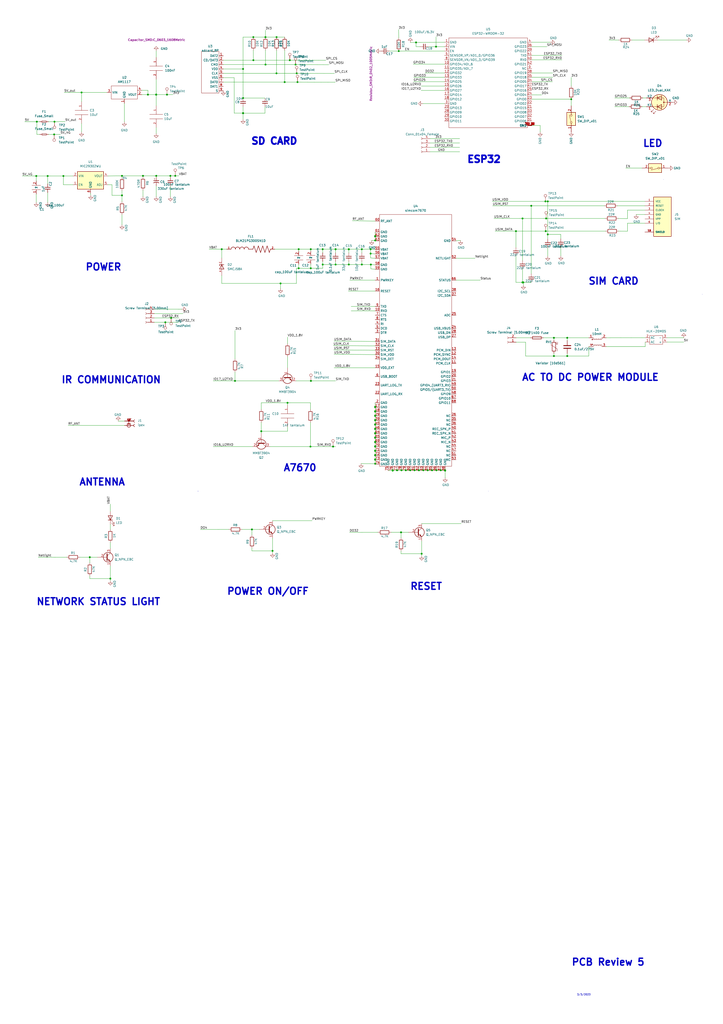
<source format=kicad_sch>
(kicad_sch (version 20211123) (generator eeschema)
  (paper "A2" portrait)
  (lib_symbols
    (symbol "20579-001E:20579-001E" (pin_names (offset 1.016))
      (property "Reference" "J" (at -3.81 1.524 0))
      (property "Value" "20579-001E" (at -4.064 -6.858 0))
      (symbol "20579-001E_0_0"
        (pin passive line (at 2.54 0 180) (length 5.08) (name "~") (number "1"))
        (pin passive line (at 2.54 -2.54 180) (length 5.08) (name "~") (number "G1"))
        (pin passive line (at 2.54 -2.54 180) (length 5.08) (name "~") (number "G2"))
        (pin passive line (at 2.54 -2.54 180) (length 5.08) (name "~") (number "G3"))
      )
    )
    (symbol "693010020611:693010020611" (pin_names (offset 1.016))
      (property "Reference" "J" (at -5.08 10.922 0))
      (property "Value" "693010020611" (at -5.08 -15.24 0))
      (symbol "693010020611_0_0"
        (pin passive line (at -10.16 7.62 0) (length 5.08) (name "VCC") (number "1"))
        (pin passive line (at -10.16 5.08 0) (length 5.08) (name "RESET") (number "2"))
        (pin passive line (at -10.16 2.54 0) (length 5.08) (name "CLOCK") (number "3"))
        (pin passive line (at -10.16 0 0) (length 5.08) (name "GND") (number "4"))
        (pin passive line (at -10.16 -2.54 0) (length 5.08) (name "VPP") (number "5"))
        (pin passive line (at -10.16 -5.08 0) (length 5.08) (name "I/O") (number "6"))
        (pin passive line (at -10.16 -10.16 0) (length 5.08) (name "SHIELD") (number "S1"))
        (pin passive line (at -10.16 -10.16 0) (length 5.08) (name "SHIELD") (number "S2"))
        (pin passive line (at -10.16 -10.16 0) (length 5.08) (name "SHIELD") (number "S3"))
        (pin passive line (at -10.16 -10.16 0) (length 5.08) (name "SHIELD") (number "S4"))
      )
    )
    (symbol "BLM21PG300SN1D:BLM21PG300SN1D" (pin_names (offset 1.016))
      (property "Reference" "FL" (at -12.7044 5.0815 0))
      (property "Value" "BLM21PG300SN1D" (at -12.71 -5.0866 0))
      (symbol "BLM21PG300SN1D_0_0"
        (pin passive line (at -15.24 0 0) (length 2.54) (name "~") (number "1"))
        (pin passive line (at 12.7 0 180) (length 2.54) (name "~") (number "2"))
      )
    )
    (symbol "Connector:Conn_01x02_Female" (pin_names (offset 1.016) hide)
      (property "Reference" "J" (at 0 2.54 0))
      (property "Value" "Conn_01x02_Female" (at 0 -5.08 0))
      (symbol "Conn_01x02_Female_1_1"
        (pin passive line (at -5.08 0 0) (length 3.81) (name "Pin_1") (number "1"))
        (pin passive line (at -5.08 -2.54 0) (length 3.81) (name "Pin_2") (number "2"))
      )
    )
    (symbol "Connector:Conn_01x04_Female" (pin_names (offset 1.016) hide)
      (property "Reference" "J" (at 0 5.08 0))
      (property "Value" "Conn_01x04_Female" (at 0 -7.62 0))
      (symbol "Conn_01x04_Female_1_1"
        (pin passive line (at -5.08 2.54 0) (length 3.81) (name "Pin_1") (number "1"))
        (pin passive line (at -5.08 0 0) (length 3.81) (name "Pin_2") (number "2"))
        (pin passive line (at -5.08 -2.54 0) (length 3.81) (name "Pin_3") (number "3"))
        (pin passive line (at -5.08 -5.08 0) (length 3.81) (name "Pin_4") (number "4"))
      )
    )
    (symbol "Connector:TestPoint" (pin_numbers hide) (pin_names (offset 0.762) hide)
      (property "Reference" "TP" (at 0 6.858 0))
      (property "Value" "TestPoint" (at 0 5.08 0))
      (symbol "TestPoint_1_1"
        (pin passive line (at 0 0 90) (length 2.54) (name "1") (number "1"))
      )
    )
    (symbol "Device:C" (pin_numbers hide) (pin_names (offset 0.254))
      (property "Reference" "C" (at 0.635 2.54 0))
      (property "Value" "C" (at 0.635 -2.54 0))
      (symbol "C_1_1"
        (pin passive line (at 0 3.81 270) (length 2.794) (name "~") (number "1"))
        (pin passive line (at 0 -3.81 90) (length 2.794) (name "~") (number "2"))
      )
    )
    (symbol "Device:C_Polarized_Small_US" (pin_numbers hide) (pin_names (offset 0.254) hide)
      (property "Reference" "C" (at 0.254 1.778 0))
      (property "Value" "C_Polarized_Small_US" (at 0.254 -2.032 0))
      (symbol "C_Polarized_Small_US_1_1"
        (pin passive line (at 0 2.54 270) (length 2.032) (name "~") (number "1"))
        (pin passive line (at 0 -2.54 90) (length 2.032) (name "~") (number "2"))
      )
    )
    (symbol "Device:C_Small" (pin_numbers hide) (pin_names (offset 0.254) hide)
      (property "Reference" "C" (at 0.254 1.778 0))
      (property "Value" "C_Small" (at 0.254 -2.032 0))
      (symbol "C_Small_1_1"
        (pin passive line (at 0 2.54 270) (length 2.032) (name "~") (number "1"))
        (pin passive line (at 0 -2.54 90) (length 2.032) (name "~") (number "2"))
      )
    )
    (symbol "Device:Fuse" (pin_numbers hide) (pin_names (offset 0))
      (property "Reference" "F" (at 2.032 0 90))
      (property "Value" "Fuse" (at -1.905 0 90))
      (symbol "Fuse_1_1"
        (pin passive line (at 0 3.81 270) (length 1.27) (name "~") (number "1"))
        (pin passive line (at 0 -3.81 90) (length 1.27) (name "~") (number "2"))
      )
    )
    (symbol "Device:Fuse_Small" (pin_numbers hide) (pin_names (offset 0.254) hide)
      (property "Reference" "F" (at 0 -1.524 0))
      (property "Value" "Fuse_Small" (at 0 1.524 0))
      (symbol "Fuse_Small_1_1"
        (pin passive line (at -2.54 0 0) (length 1.27) (name "~") (number "1"))
        (pin passive line (at 2.54 0 180) (length 1.27) (name "~") (number "2"))
      )
    )
    (symbol "Device:LED" (pin_numbers hide) (pin_names (offset 1.016) hide)
      (property "Reference" "D" (at 0 2.54 0))
      (property "Value" "LED" (at 0 -2.54 0))
      (symbol "LED_1_1"
        (pin passive line (at -3.81 0 0) (length 2.54) (name "K") (number "1"))
        (pin passive line (at 3.81 0 180) (length 2.54) (name "A") (number "2"))
      )
    )
    (symbol "Device:LED_Dual_KAK" (pin_names (offset 0))
      (property "Reference" "D" (at 0 5.715 0))
      (property "Value" "LED_Dual_KAK" (at 0 -6.35 0))
      (symbol "LED_Dual_KAK_1_1"
        (pin input line (at 7.62 2.54 180) (length 3.81) (name "K1") (number "1"))
        (pin input line (at -7.62 0 0) (length 3.048) (name "A") (number "2"))
        (pin input line (at 7.62 -2.54 180) (length 3.81) (name "K2") (number "3"))
      )
    )
    (symbol "Device:L_Coupled_1243" (pin_names (offset 0.254) hide)
      (property "Reference" "L" (at 0 4.445 0))
      (property "Value" "L_Coupled_1243" (at 0 -4.445 0))
      (symbol "L_Coupled_1243_1_1"
        (pin passive line (at -5.08 2.54 0) (length 2.54) (name "1") (number "1"))
        (pin passive line (at 5.08 2.54 180) (length 2.54) (name "2") (number "2"))
        (pin passive line (at 5.08 -2.54 180) (length 2.54) (name "3") (number "3"))
        (pin passive line (at -5.08 -2.54 0) (length 2.54) (name "4") (number "4"))
      )
    )
    (symbol "Device:Q_NPN_EBC" (pin_names (offset 0) hide)
      (property "Reference" "Q" (at 5.08 1.27 0))
      (property "Value" "Q_NPN_EBC" (at 5.08 -1.27 0))
      (symbol "Q_NPN_EBC_1_1"
        (pin passive line (at 2.54 -5.08 90) (length 2.54) (name "E") (number "1"))
        (pin passive line (at -5.08 0 0) (length 5.715) (name "B") (number "2"))
        (pin passive line (at 2.54 5.08 270) (length 2.54) (name "C") (number "3"))
      )
    )
    (symbol "Device:R" (pin_numbers hide) (pin_names (offset 0))
      (property "Reference" "R" (at 2.032 0 90))
      (property "Value" "R" (at 0 0 90))
      (symbol "R_1_1"
        (pin passive line (at 0 3.81 270) (length 1.27) (name "~") (number "1"))
        (pin passive line (at 0 -3.81 90) (length 1.27) (name "~") (number "2"))
      )
    )
    (symbol "Device:Varistor" (pin_numbers hide) (pin_names (offset 0))
      (property "Reference" "RV" (at 3.175 0 90))
      (property "Value" "Varistor" (at -3.175 0 90))
      (symbol "Varistor_0_0"
        (text "U" (at -1.778 -2.032 0) (effects (font (size 1.27 1.27))))
      )
      (symbol "Varistor_1_1"
        (pin passive line (at 0 3.81 270) (length 1.27) (name "~") (number "1"))
        (pin passive line (at 0 -3.81 90) (length 1.27) (name "~") (number "2"))
      )
    )
    (symbol "MYOWN:HILINK"
      (property "Reference" "U" (at 0 0 0))
      (property "Value" "HILINK" (at 0 0 0))
      (symbol "HILINK_1_1"
        (pin input line (at -2.54 1.27 0) (length 2.54) (name "AC") (number "1"))
        (pin input line (at -2.54 3.81 0) (length 2.54) (name "AC") (number "2"))
        (pin input line (at 10.16 3.81 180) (length 2.54) (name "-") (number "3"))
        (pin input line (at 10.16 1.27 180) (length 2.54) (name "+") (number "4"))
      )
    )
    (symbol "MYOWN:cap_100uF"
      (property "Reference" "U?" (at 0.635 7.6201 90))
      (property "Value" "cap_100uF" (at 0.635 5.0801 90))
      (symbol "cap_100uF_1_1"
        (pin input line (at 1.27 2.54 0) (length 2.54) (name "1") (number "1"))
        (pin input line (at 8.89 2.54 180) (length 2.54) (name "2") (number "2"))
      )
    )
    (symbol "New_Library_1:AM1117"
      (property "Reference" "U" (at 0 0 0))
      (property "Value" "AM1117" (at 0 0 0))
      (symbol "AM1117_1_1"
        (pin power_in line (at 7.62 -2.54 90) (length 2.54) (name "GND") (number "1"))
        (pin power_out line (at 17.78 2.54 180) (length 2.54) (name "VOUT") (number "2"))
        (pin power_in line (at -2.54 3.81 0) (length 2.54) (name "VIN") (number "3"))
        (pin bidirectional line (at 17.78 5.08 180) (length 2.54) (name "") (number "4"))
      )
    )
    (symbol "New_Library_1:ESP32-WROOM-32"
      (property "Reference" "U5" (at 22.86 55.88 0))
      (property "Value" "ESP32-WROOM-32" (at 22.86 53.34 0))
      (symbol "ESP32-WROOM-32_1_1"
        (pin bidirectional line (at 48.26 33.02 180) (length 2.54) (name "NC") (number "0"))
        (pin power_in line (at -2.54 48.26 0) (length 2.54) (name "GND") (number "1"))
        (pin bidirectional line (at -2.54 35.56 0) (length 2.54) (name "GPIO34/ADI_6") (number "10"))
        (pin bidirectional line (at -2.54 33.02 0) (length 2.54) (name "GPIO35/ADI_7") (number "11"))
        (pin bidirectional line (at -2.54 30.48 0) (length 2.54) (name "GPIO32") (number "12"))
        (pin bidirectional line (at -2.54 27.94 0) (length 2.54) (name "GPIO33") (number "13"))
        (pin bidirectional line (at -2.54 25.4 0) (length 2.54) (name "GPIO25") (number "14"))
        (pin bidirectional line (at -2.54 22.86 0) (length 2.54) (name "GPIO26") (number "15"))
        (pin bidirectional line (at -2.54 20.32 0) (length 2.54) (name "GPIO27") (number "16"))
        (pin bidirectional line (at -2.54 17.78 0) (length 2.54) (name "GPIO14") (number "17"))
        (pin bidirectional line (at -2.54 15.24 0) (length 2.54) (name "GPIO12") (number "18"))
        (pin power_in line (at -2.54 45.72 0) (length 2.54) (name "VIN") (number "2"))
        (pin bidirectional line (at -2.54 10.16 0) (length 2.54) (name "GPIO13") (number "20"))
        (pin bidirectional line (at 48.26 10.16 180) (length 2.54) (name "GPIO15") (number "21"))
        (pin bidirectional line (at 48.26 12.7 180) (length 2.54) (name "GPIO02") (number "22"))
        (pin bidirectional line (at 48.26 15.24 180) (length 2.54) (name "GPIO0") (number "23"))
        (pin bidirectional line (at 48.26 17.78 180) (length 2.54) (name "GPIO04") (number "24"))
        (pin bidirectional line (at 48.26 20.32 180) (length 2.54) (name "GPIO16") (number "25"))
        (pin bidirectional line (at 48.26 22.86 180) (length 2.54) (name "GPIO17") (number "27"))
        (pin bidirectional line (at -2.54 7.62 0) (length 2.54) (name "GPIO09") (number "28"))
        (pin bidirectional line (at -2.54 5.08 0) (length 2.54) (name "GPIO10") (number "29"))
        (pin bidirectional line (at -2.54 12.7 0) (length 2.54) (name "GND") (number "3"))
        (pin bidirectional line (at -2.54 2.54 0) (length 2.54) (name "GPIO11") (number "30"))
        (pin power_in line (at 48.26 2.54 180) (length 2.54) (name "GPIO06") (number "31"))
        (pin power_in line (at 48.26 5.08 180) (length 2.54) (name "GPIO07") (number "32"))
        (pin power_in line (at 48.26 7.62 180) (length 2.54) (name "GPIO08") (number "33"))
        (pin bidirectional line (at 48.26 25.4 180) (length 2.54) (name "GPIO05") (number "34"))
        (pin bidirectional line (at 48.26 27.94 180) (length 2.54) (name "GPIO18") (number "35"))
        (pin bidirectional line (at 48.26 45.72 180) (length 2.54) (name "GPIO23") (number "36"))
        (pin bidirectional line (at 48.26 30.48 180) (length 2.54) (name "GPIO19") (number "38"))
        (pin bidirectional line (at 48.26 43.18 180) (length 2.54) (name "GPIO22") (number "39"))
        (pin power_in line (at 48.26 0 180) (length 2.54) (name "GND") (number "39_1"))
        (pin power_in line (at 48.26 0 180) (length 2.54) (name "GND") (number "39_10"))
        (pin power_in line (at 48.26 0 180) (length 2.54) (name "GND") (number "39_11"))
        (pin power_in line (at 48.26 0 180) (length 2.54) (name "GND") (number "39_12"))
        (pin power_in line (at 48.26 0 180) (length 2.54) (name "GND") (number "39_13"))
        (pin power_in line (at 48.26 0 180) (length 2.54) (name "GND") (number "39_14"))
        (pin power_in line (at 48.26 0 180) (length 2.54) (name "GND") (number "39_15"))
        (pin power_in line (at 48.26 0 180) (length 2.54) (name "GND") (number "39_16"))
        (pin power_in line (at 48.26 0 180) (length 2.54) (name "GND") (number "39_17"))
        (pin power_in line (at 48.26 0 180) (length 2.54) (name "GND") (number "39_18"))
        (pin power_in line (at 48.26 0 180) (length 2.54) (name "GND") (number "39_19"))
        (pin power_in line (at 48.26 0 180) (length 2.54) (name "GND") (number "39_2"))
        (pin power_in line (at 48.26 0 180) (length 2.54) (name "GND") (number "39_20"))
        (pin power_in line (at 48.26 0 180) (length 2.54) (name "GND") (number "39_21"))
        (pin power_in line (at 48.26 0 180) (length 2.54) (name "GND") (number "39_3"))
        (pin power_in line (at 48.26 0 180) (length 2.54) (name "GND") (number "39_4"))
        (pin power_in line (at 48.26 0 180) (length 2.54) (name "GND") (number "39_5"))
        (pin power_in line (at 48.26 0 180) (length 2.54) (name "GND") (number "39_6"))
        (pin power_in line (at 48.26 0 180) (length 2.54) (name "GND") (number "39_7"))
        (pin power_in line (at 48.26 0 180) (length 2.54) (name "GND") (number "39_8"))
        (pin power_in line (at 48.26 0 180) (length 2.54) (name "GND") (number "39_9"))
        (pin power_in line (at 48.26 48.26 180) (length 2.54) (name "GND") (number "4"))
        (pin bidirectional line (at 48.26 38.1 180) (length 2.54) (name "RX0") (number "40"))
        (pin bidirectional line (at 48.26 40.64 180) (length 2.54) (name "TX0") (number "41"))
        (pin bidirectional line (at 48.26 35.56 180) (length 2.54) (name "GPIO21") (number "42"))
        (pin bidirectional line (at -2.54 40.64 0) (length 2.54) (name "SENSOR_VP/AD1_0/GPIO36") (number "5"))
        (pin bidirectional line (at -2.54 38.1 0) (length 2.54) (name "SENSOR_VN/AD1_3/GPIO39") (number "8"))
        (pin power_in line (at -2.54 43.18 0) (length 2.54) (name "EN") (number "9"))
      )
    )
    (symbol "New_Library_1:simcom7670"
      (property "Reference" "U3" (at 20.955 150.9268 0))
      (property "Value" "simcom7670" (at 20.955 148.3868 0))
      (symbol "simcom7670_1_1"
        (pin power_in line (at -2.54 107.95 0) (length 2.54) (name "PWRKEY") (number "1"))
        (pin bidirectional line (at -2.54 90.17 0) (length 2.54) (name "RXD") (number "10"))
        (pin bidirectional line (at 44.45 59.69 180) (length 2.54) (name "PCM_CLK") (number "11"))
        (pin bidirectional line (at 44.45 64.77 180) (length 2.54) (name "PCM_SYNC") (number "12"))
        (pin bidirectional line (at 44.45 67.31 180) (length 2.54) (name "PCM_DIN") (number "13"))
        (pin bidirectional line (at 44.45 62.23 180) (length 2.54) (name "PCM_DOUT") (number "14"))
        (pin bidirectional line (at -2.54 57.15 0) (length 2.54) (name "VDD_EXT") (number "15"))
        (pin power_in line (at -2.54 101.6 0) (length 2.54) (name "RESET") (number "16"))
        (pin bidirectional line (at -2.54 34.29 0) (length 2.54) (name "GND") (number "17"))
        (pin bidirectional line (at -2.54 31.75 0) (length 2.54) (name "GND") (number "18"))
        (pin bidirectional line (at 44.45 54.61 180) (length 2.54) (name "GPIO1") (number "19"))
        (pin bidirectional line (at -2.54 36.83 0) (length 2.54) (name "GND") (number "2"))
        (pin bidirectional line (at 44.45 52.07 180) (length 2.54) (name "GPIO2") (number "20"))
        (pin bidirectional line (at 44.45 49.53 180) (length 2.54) (name "GPIO3") (number "21"))
        (pin bidirectional line (at -2.54 41.91 0) (length 2.54) (name "UART_LOG_RX") (number "22"))
        (pin bidirectional line (at -2.54 46.99 0) (length 2.54) (name "UART_LOG_TX") (number "23"))
        (pin bidirectional line (at 44.45 80.01 180) (length 2.54) (name "USB_VBUS") (number "24"))
        (pin bidirectional line (at 44.45 87.63 180) (length 2.54) (name "ADC") (number "25"))
        (pin bidirectional line (at 44.45 29.21 180) (length 2.54) (name "NC") (number "26"))
        (pin bidirectional line (at 44.45 74.93 180) (length 2.54) (name "USB_DP") (number "27"))
        (pin bidirectional line (at 44.45 77.47 180) (length 2.54) (name "USB_DN") (number "28"))
        (pin bidirectional line (at -2.54 29.21 0) (length 2.54) (name "GND") (number "29"))
        (pin bidirectional line (at -2.54 77.47 0) (length 2.54) (name "DTR") (number "3"))
        (pin bidirectional line (at -2.54 64.77 0) (length 2.54) (name "SIM_VDD") (number "30"))
        (pin bidirectional line (at -2.54 72.39 0) (length 2.54) (name "SIM_DATA") (number "31"))
        (pin bidirectional line (at -2.54 69.85 0) (length 2.54) (name "SIM_CLK") (number "32"))
        (pin bidirectional line (at -2.54 67.31 0) (length 2.54) (name "SIM_RST") (number "33"))
        (pin bidirectional line (at -2.54 62.23 0) (length 2.54) (name "SIM_DET") (number "34"))
        (pin bidirectional line (at 44.45 26.67 180) (length 2.54) (name "NC") (number "35"))
        (pin bidirectional line (at 44.45 24.13 180) (length 2.54) (name "NC") (number "36"))
        (pin bidirectional line (at 44.45 99.06 180) (length 2.54) (name "I2C_SDA") (number "37"))
        (pin bidirectional line (at 44.45 101.6 180) (length 2.54) (name "I2C_SCL") (number "38"))
        (pin bidirectional line (at -2.54 26.67 0) (length 2.54) (name "GND") (number "39"))
        (pin bidirectional line (at -2.54 82.55 0) (length 2.54) (name "RI") (number "4"))
        (pin bidirectional line (at 44.45 21.59 180) (length 2.54) (name "REC_SPK_P") (number "40"))
        (pin bidirectional line (at 44.45 19.05 180) (length 2.54) (name "REC_SPK_N") (number "41"))
        (pin bidirectional line (at 44.45 16.51 180) (length 2.54) (name "MIC_P") (number "42"))
        (pin bidirectional line (at 44.45 13.97 180) (length 2.54) (name "MIC_N") (number "43"))
        (pin bidirectional line (at 44.45 11.43 180) (length 2.54) (name "NC") (number "44"))
        (pin bidirectional line (at -2.54 24.13 0) (length 2.54) (name "GND") (number "45"))
        (pin bidirectional line (at -2.54 21.59 0) (length 2.54) (name "GND") (number "46"))
        (pin bidirectional line (at 44.45 8.89 180) (length 2.54) (name "NC") (number "47"))
        (pin bidirectional line (at 44.45 41.91 180) (length 2.54) (name "GPIO9") (number "48"))
        (pin bidirectional line (at 44.45 46.99 180) (length 2.54) (name "GPIO4_(UART3_RX)") (number "49"))
        (pin bidirectional line (at -2.54 80.01 0) (length 2.54) (name "DCD") (number "5"))
        (pin bidirectional line (at 44.45 44.45 180) (length 2.54) (name "GPIO5/(UART3_TX)") (number "50"))
        (pin bidirectional line (at 44.45 6.35 180) (length 2.54) (name "NC") (number "51"))
        (pin bidirectional line (at 44.45 120.65 180) (length 2.54) (name "NETLIGHT") (number "52"))
        (pin bidirectional line (at 44.45 3.81 180) (length 2.54) (name "NC") (number "53"))
        (pin bidirectional line (at 44.45 130.81 180) (length 2.54) (name "GND") (number "54"))
        (pin power_in line (at -2.54 125.73 0) (length 2.54) (name "VBAT") (number "55"))
        (pin power_in line (at -2.54 123.19 0) (length 2.54) (name "VBAT") (number "56"))
        (pin power_in line (at -2.54 120.65 0) (length 2.54) (name "VBAT") (number "57"))
        (pin power_in line (at -2.54 116.84 0) (length 2.54) (name "GND") (number "58"))
        (pin power_in line (at -2.54 114.3 0) (length 2.54) (name "GND") (number "59"))
        (pin bidirectional line (at -2.54 52.07 0) (length 2.54) (name "USB_BOOT") (number "6"))
        (pin power_in line (at -2.54 142.24 0) (length 2.54) (name "RF_ANT") (number "60"))
        (pin power_in line (at -2.54 135.89 0) (length 2.54) (name "GND") (number "61"))
        (pin power_in line (at -2.54 133.35 0) (length 2.54) (name "GND") (number "62"))
        (pin power_in line (at -2.54 130.81 0) (length 2.54) (name "GND") (number "63"))
        (pin bidirectional line (at -2.54 19.05 0) (length 2.54) (name "GND") (number "64"))
        (pin bidirectional line (at -2.54 16.51 0) (length 2.54) (name "GND") (number "65"))
        (pin bidirectional line (at 44.45 107.95 180) (length 2.54) (name "STATUS") (number "66"))
        (pin bidirectional line (at 44.45 39.37 180) (length 2.54) (name "GPIO10") (number "67"))
        (pin bidirectional line (at 44.45 36.83 180) (length 2.54) (name "GPIO11") (number "68"))
        (pin bidirectional line (at -2.54 13.97 0) (length 2.54) (name "GND") (number "69"))
        (pin bidirectional line (at -2.54 87.63 0) (length 2.54) (name "CTS") (number "7"))
        (pin bidirectional line (at -2.54 11.43 0) (length 2.54) (name "GND") (number "70"))
        (pin bidirectional line (at -2.54 8.89 0) (length 2.54) (name "GND") (number "71"))
        (pin bidirectional line (at -2.54 6.35 0) (length 2.54) (name "GND") (number "72"))
        (pin bidirectional line (at -2.54 3.81 0) (length 2.54) (name "GND") (number "73"))
        (pin bidirectional line (at -2.54 1.27 0) (length 2.54) (name "GND") (number "74"))
        (pin bidirectional line (at 5.08 -2.54 90) (length 2.54) (name "GND") (number "75"))
        (pin bidirectional line (at 7.62 -2.54 90) (length 2.54) (name "GND") (number "76"))
        (pin bidirectional line (at 10.16 -2.54 90) (length 2.54) (name "GND") (number "77"))
        (pin bidirectional line (at 12.7 -2.54 90) (length 2.54) (name "GND") (number "78"))
        (pin bidirectional line (at 15.24 -2.54 90) (length 2.54) (name "GND") (number "79"))
        (pin bidirectional line (at -2.54 85.09 0) (length 2.54) (name "RTS") (number "8"))
        (pin bidirectional line (at 17.78 -2.54 90) (length 2.54) (name "GND") (number "80"))
        (pin bidirectional line (at 20.32 -2.54 90) (length 2.54) (name "GND") (number "81"))
        (pin bidirectional line (at 22.86 -2.54 90) (length 2.54) (name "GND") (number "82"))
        (pin bidirectional line (at 25.4 -2.54 90) (length 2.54) (name "GND") (number "83"))
        (pin bidirectional line (at 27.94 -2.54 90) (length 2.54) (name "GND") (number "84"))
        (pin bidirectional line (at 30.48 -2.54 90) (length 2.54) (name "GND") (number "85"))
        (pin bidirectional line (at 33.02 -2.54 90) (length 2.54) (name "GND") (number "86"))
        (pin bidirectional line (at 35.56 -2.54 90) (length 2.54) (name "GND") (number "87"))
        (pin bidirectional line (at 38.1 -2.54 90) (length 2.54) (name "GND") (number "88"))
        (pin bidirectional line (at -2.54 92.71 0) (length 2.54) (name "TXD") (number "9"))
      )
    )
    (symbol "New_Library_2:sdcard_8P"
      (property "Reference" "U" (at 0 0 0))
      (property "Value" "sdcard_8P" (at 1.27 -2.54 0))
      (symbol "sdcard_8P_1_1"
        (pin input line (at 12.7 21.59 180) (length 2.54) (name "DAT2") (number "1"))
        (pin input line (at 12.7 19.05 180) (length 2.54) (name "CD/DAT3") (number "2"))
        (pin input line (at 12.7 16.51 180) (length 2.54) (name "CMD") (number "3"))
        (pin input line (at 12.7 13.97 180) (length 2.54) (name "VDD") (number "4"))
        (pin input line (at 12.7 11.43 180) (length 2.54) (name "CLK") (number "5"))
        (pin input line (at 12.7 8.89 180) (length 2.54) (name "VSS") (number "6"))
        (pin input line (at 12.7 6.35 180) (length 2.54) (name "DAT0") (number "7"))
        (pin input line (at 12.7 3.81 180) (length 2.54) (name "DAT1") (number "8"))
        (pin input line (at 12.7 1.27 180) (length 2.54) (name "S") (number "9"))
      )
    )
    (symbol "Regulator_Linear:MIC29302WU"
      (property "Reference" "U1" (at 0 10.7696 0))
      (property "Value" "MIC29302WU" (at 0 8.2296 0))
      (symbol "MIC29302WU_1_1"
        (pin input line (at -10.16 -2.54 0) (length 2.54) (name "EN") (number "1"))
        (pin power_in line (at -10.16 2.54 0) (length 2.54) (name "VIN") (number "2"))
        (pin power_in line (at 0 -7.62 90) (length 2.54) (name "GND") (number "3"))
        (pin power_out line (at 10.16 2.54 180) (length 2.54) (name "VOUT") (number "4"))
        (pin input line (at 10.16 -2.54 180) (length 2.54) (name "ADJ") (number "5"))
        (pin power_in line (at 0 -7.62 90) (length 2.54) (name "GND") (number "6"))
      )
    )
    (symbol "SMCJ28A-13-F:SMCJ28A-13-F" (pin_names (offset 1.016))
      (property "Reference" "D" (at -5.0835 2.4159 0))
      (property "Value" "SMCJ28A-13-F" (at -5.0854 -4.9611 0))
      (symbol "SMCJ28A-13-F_0_0"
        (pin passive line (at 5.08 0 180) (length 5.08) (name "~") (number "A"))
        (pin passive line (at -5.08 0 0) (length 5.08) (name "~") (number "C"))
      )
    )
    (symbol "Switch:SW_DIP_x01" (pin_names (offset 0) hide)
      (property "Reference" "SW" (at 0 3.81 0))
      (property "Value" "SW_DIP_x01" (at 0 -3.81 0))
      (symbol "SW_DIP_x01_1_1"
        (pin passive line (at -7.62 0 0) (length 5.08) (name "~") (number "1"))
        (pin passive line (at 7.62 0 180) (length 5.08) (name "~") (number "2"))
      )
    )
    (symbol "Transistor_BJT:MMBT3904" (pin_names (offset 0) hide)
      (property "Reference" "Q" (at 5.08 1.905 0))
      (property "Value" "MMBT3904" (at 5.08 0 0))
      (symbol "MMBT3904_1_1"
        (pin input line (at -5.08 0 0) (length 5.715) (name "B") (number "1"))
        (pin passive line (at 2.54 -5.08 90) (length 2.54) (name "E") (number "2"))
        (pin passive line (at 2.54 5.08 270) (length 2.54) (name "C") (number "3"))
      )
    )
    (symbol "cap_100uF_1"
      (property "Reference" "C1" (at -7.6201 0.635 90))
      (property "Value" "cap_100uF_1" (at -5.2324 -3.429 90))
      (symbol "cap_100uF_1_1_1"
        (pin input line (at 1.27 2.54 0) (length 2.54) (name "1") (number "1"))
        (pin input line (at 8.89 2.54 180) (length 2.54) (name "2") (number "2"))
      )
    )
    (symbol "power:GND" (power) (pin_names (offset 0))
      (property "Value" "GND" (at 0 -3.81 0))
      (symbol "GND_1_1"
        (pin power_in line (at 0 0 270) (length 0) hide (name "GND") (number "1"))
      )
    )
    (symbol "pspice:C" (pin_names (offset 0.254))
      (property "Reference" "C" (at 2.54 3.81 90))
      (property "Value" "C" (at 2.54 -3.81 90))
      (symbol "C_1_1"
        (pin passive line (at 0 6.35 270) (length 5.08) (name "~") (number "1"))
        (pin passive line (at 0 -6.35 90) (length 5.08) (name "~") (number "2"))
      )
    )
  )
  (junction (at 230.6574 272.8468))
  (junction (at 233.1974 272.8468))
  (junction (at 154.2034 21.5646))
  (junction (at 217.9574 266.4968))
  (junction (at 90.7796 102.0064))
  (junction (at 31.6484 70.5866))
  (junction (at 85.9282 54.9148))
  (junction (at 217.932 259.08))
  (junction (at 101.8032 102.0064))
  (junction (at 217.932 256.54))
  (junction (at 217.9574 241.0968))
  (junction (at 228.1174 272.8468))
  (junction (at 217.9574 253.7968))
  (junction (at 317.2714 126.746))
  (junction (at 245.8974 272.8468))
  (junction (at 217.9574 136.9568))
  (junction (at 248.4374 272.8468))
  (junction (at 217.9574 261.4168))
  (junction (at 232.9688 308.8386))
  (junction (at 141.1986 56.8706))
  (junction (at 217.9574 243.6368))
  (junction (at 217.9574 238.5568))
  (junction (at 180.6194 220.98))
  (junction (at 194.945 153.4668))
  (junction (at 318.1858 135.9916))
  (junction (at 217.9574 256.3368))
  (junction (at 215.2904 144.5768))
  (junction (at 215.2904 147.1168))
  (junction (at 217.9574 258.8768))
  (junction (at 128.8034 144.5768))
  (junction (at 21.3868 70.5866))
  (junction (at 172.8216 47.625))
  (junction (at 64.1096 335.6864))
  (junction (at 172.339 42.545))
  (junction (at 217.932 251.46))
  (junction (at 70.866 102.0064))
  (junction (at 187.452 144.5768))
  (junction (at 217.932 246.38))
  (junction (at 31.4706 77.978))
  (junction (at 217.9574 248.7168))
  (junction (at 217.9574 139.4968))
  (junction (at 90.7288 54.9148))
  (junction (at 193.4718 259.08))
  (junction (at 151.765 250.19))
  (junction (at 329.5142 206.5528))
  (junction (at 210.185 144.5768))
  (junction (at 147.193 34.925))
  (junction (at 303.53 126.746))
  (junction (at 173.5074 144.5768))
  (junction (at 321.7672 195.9864))
  (junction (at 167.005 233.68))
  (junction (at 240.8174 272.8468))
  (junction (at 141.1986 65.659))
  (junction (at 258.572 273.05))
  (junction (at 250.9774 272.8468))
  (junction (at 303.53 163.8554))
  (junction (at 217.932 137.16))
  (junction (at 97.0026 54.9148))
  (junction (at 158.3182 319.5828))
  (junction (at 318.1858 116.84))
  (junction (at 217.9574 236.0168))
  (junction (at 329.5142 195.9864))
  (junction (at 90.7542 54.864))
  (junction (at 21.082 102.108))
  (junction (at 316.8396 116.84))
  (junction (at 147.1676 21.5392))
  (junction (at 136.525 220.98))
  (junction (at 99.4156 184.4548))
  (junction (at 217.932 238.76))
  (junction (at 160.655 21.5392))
  (junction (at 217.9574 246.1768))
  (junction (at 165.354 47.625))
  (junction (at 173.5074 155.6512))
  (junction (at 180.5178 155.6512))
  (junction (at 52.1462 323.2658))
  (junction (at 256.0574 272.8468))
  (junction (at 258.5974 272.8468))
  (junction (at 228.092 273.05))
  (junction (at 244.9322 321.2592))
  (junction (at 210.185 153.4668))
  (junction (at 96.0374 186.9948))
  (junction (at 154.2034 21.5392))
  (junction (at 308.61 119.38))
  (junction (at 217.932 243.84))
  (junction (at 83.058 102.0064))
  (junction (at 321.7672 206.5528))
  (junction (at 217.9574 251.2568))
  (junction (at 217.932 266.7))
  (junction (at 47.371 53.6448))
  (junction (at 217.932 261.62))
  (junction (at 238.2774 272.8468))
  (junction (at 202.6158 144.5768))
  (junction (at 331.8256 57.5564))
  (junction (at 146.3548 307.1622))
  (junction (at 168.3512 34.925))
  (junction (at 217.9574 269.0368))
  (junction (at 154.2288 37.465))
  (junction (at 90.7288 54.8894))
  (junction (at 194.945 144.6022))
  (junction (at 304.038 163.83))
  (junction (at 217.932 254))
  (junction (at 231.6226 29.6164))
  (junction (at 36.83 102.108))
  (junction (at 141.1986 65.6336))
  (junction (at 253.2888 27.0764))
  (junction (at 217.932 248.92))
  (junction (at 180.5178 144.5768))
  (junction (at 171.6786 37.465))
  (junction (at 70.866 113.3602))
  (junction (at 217.932 241.3))
  (junction (at 162.9664 164.4396))
  (junction (at 187.452 153.4668))
  (junction (at 217.932 264.16))
  (junction (at 253.5174 272.8468))
  (junction (at 202.6158 153.4668))
  (junction (at 317.0174 134.112))
  (junction (at 160.6042 42.545))
  (junction (at 202.6158 144.6022))
  (junction (at 217.9574 263.9568))
  (junction (at 180.34 259.08))
  (junction (at 241.681 24.6126))
  (junction (at 243.3574 272.8468))
  (junction (at 303.53 163.83))
  (junction (at 235.7374 272.8468))
  (junction (at 98.9838 102.0064))
  (junction (at 217.932 236.22))
  (junction (at 141.1986 40.005))
  (junction (at 194.945 144.5768))
  (junction (at 299.72 134.112))
  (junction (at 27.686 102.108))
  (junction (at 215.4174 153.4668))
  (wire (pts (xy 62.738 102.108) (xy 70.866 102.0064)))
  (wire (pts (xy 47.371 53.6448) (xy 62.0776 53.6448)))
  (wire (pts (xy 194.945 144.6022) (xy 194.945 146.685)))
  (wire (pts (xy 31.4706 77.978) (xy 28.194 77.978)))
  (wire (pts (xy 167.005 233.68) (xy 151.765 233.68)))
  (wire (pts (xy 258.572 273.05) (xy 258.5974 272.8468)))
  (wire (pts (xy 230.6574 272.8468) (xy 233.1974 272.8468)))
  (wire (pts (xy 210.185 144.5768) (xy 215.2904 144.5768)))
  (wire (pts (xy 238.252 273.05) (xy 238.2774 272.8468)))
  (wire (pts (xy 321.7672 204.978) (xy 321.7672 206.5528)))
  (wire (pts (xy 357.0732 56.8198) (xy 365.7854 56.8198)))
  (wire (pts (xy 308.9656 24.5364) (xy 319.6336 24.5364)))
  (wire (pts (xy 154.2034 17.5006) (xy 154.2034 21.5392)))
  (wire (pts (xy 215.2904 144.5768) (xy 217.932 144.78)))
  (wire (pts (xy 253.492 273.05) (xy 253.5174 272.8468)))
  (wire (pts (xy 325.8058 148.4884) (xy 325.7804 143.6116)))
  (wire (pts (xy 397.2052 198.4756) (xy 387.5278 198.4756)))
  (wire (pts (xy 165.354 47.625) (xy 129.7432 47.625)))
  (wire (pts (xy 202.3364 168.91) (xy 217.932 168.91)))
  (wire (pts (xy 305.3334 206.5528) (xy 321.7672 206.5528)))
  (wire (pts (xy 217.932 246.38) (xy 217.9574 246.1768)))
  (wire (pts (xy 173.5074 144.5768) (xy 180.5178 144.5768)))
  (wire (pts (xy 374.8278 201.0664) (xy 374.8278 198.4756)))
  (wire (pts (xy 228.092 273.05) (xy 228.1174 272.8468)))
  (wire (pts (xy 194.0052 197.8914) (xy 217.932 198.12)))
  (wire (pts (xy 217.9574 243.6368) (xy 217.9574 246.1768)))
  (wire (pts (xy 364.49 134.1374) (xy 359.41 134.112)))
  (wire (pts (xy 215.2904 147.1168) (xy 217.932 147.32)))
  (wire (pts (xy 47.371 76.5556) (xy 47.371 71.6534)))
  (wire (pts (xy 90.7796 102.0064) (xy 90.7796 102.7938)))
  (wire (pts (xy 217.9574 253.7968) (xy 217.9574 256.3368)))
  (wire (pts (xy 245.8974 272.8468) (xy 248.4374 272.8468)))
  (wire (pts (xy 303.53 126.746) (xy 317.2714 126.746)))
  (wire (pts (xy 342.0364 201.0664) (xy 342.0364 206.5528)))
  (wire (pts (xy 202.6158 153.4668) (xy 210.185 153.4668)))
  (wire (pts (xy 154.2034 29.1592) (xy 154.2288 37.465)))
  (wire (pts (xy 146.685 259.08) (xy 123.825 259.08)))
  (wire (pts (xy 147.193 34.925) (xy 168.3512 34.925)))
  (wire (pts (xy 373.4054 56.8198) (xy 375.4628 56.8198)))
  (wire (pts (xy 136.525 220.98) (xy 161.925 220.98)))
  (wire (pts (xy 203.962 177.8) (xy 217.932 177.8)))
  (wire (pts (xy 151.765 250.19) (xy 151.765 251.46)))
  (wire (pts (xy 240.3094 44.8564) (xy 258.1656 44.8564)))
  (wire (pts (xy 374.65 129.54) (xy 364.49 129.54)))
  (wire (pts (xy 167.005 250.19) (xy 151.765 250.19)))
  (wire (pts (xy 357.0732 61.8998) (xy 365.4044 61.8998)))
  (wire (pts (xy 305.3334 198.5264) (xy 305.3334 206.5528)))
  (wire (pts (xy 90.7288 77.4446) (xy 90.7288 74.0156)))
  (wire (pts (xy 217.932 156.21) (xy 215.4174 155.9814)))
  (wire (pts (xy 154.2034 21.5392) (xy 147.1676 21.5392)))
  (wire (pts (xy 249.047 27.0764) (xy 253.2888 27.0764)))
  (wire (pts (xy 56.4896 323.2658) (xy 52.1462 323.2658)))
  (wire (pts (xy 287.5788 134.112) (xy 299.72 134.112)))
  (wire (pts (xy 128.8034 164.4396) (xy 162.9664 164.4396)))
  (wire (pts (xy 103.8606 184.4548) (xy 99.4156 184.4548)))
  (wire (pts (xy 326.4408 34.6964) (xy 308.9656 34.6964)))
  (wire (pts (xy 232.9688 321.2592) (xy 244.9322 321.2592)))
  (wire (pts (xy 217.932 213.36) (xy 194.056 213.36)))
  (wire (pts (xy 146.3548 318.008) (xy 146.3548 319.5828)))
  (wire (pts (xy 90.7288 54.9148) (xy 97.0026 54.9148)))
  (wire (pts (xy 358.648 119.38) (xy 374.65 119.38)))
  (wire (pts (xy 202.6158 151.765) (xy 202.6158 153.4668)))
  (wire (pts (xy 304.038 163.83) (xy 303.53 163.83)))
  (wire (pts (xy 258.5974 277.1902) (xy 258.5974 272.8468)))
  (wire (pts (xy 217.9574 266.4968) (xy 217.9574 269.0368)))
  (wire (pts (xy 299.847 198.5264) (xy 305.3334 198.5264)))
  (wire (pts (xy 105.5116 179.4002) (xy 89.6366 179.3748)))
  (wire (pts (xy 165.354 29.1592) (xy 165.354 47.625)))
  (wire (pts (xy 329.5142 205.105) (xy 329.5142 206.5528)))
  (wire (pts (xy 203.1746 162.56) (xy 217.932 162.56)))
  (wire (pts (xy 299.72 134.112) (xy 317.0174 134.112)))
  (wire (pts (xy 225.552 273.05) (xy 228.1174 272.8468)))
  (wire (pts (xy 279.019 162.56) (xy 264.922 162.56)))
  (wire (pts (xy 249.7836 85.4964) (xy 267.0556 85.4964)))
  (wire (pts (xy 70.866 113.3602) (xy 70.866 116.967)))
  (wire (pts (xy 158.3182 320.8274) (xy 158.3182 319.5828)))
  (wire (pts (xy 253.2888 21.3868) (xy 253.2888 27.0764)))
  (wire (pts (xy 141.1986 40.005) (xy 141.1986 56.8706)))
  (wire (pts (xy 99.4156 184.4548) (xy 89.6366 184.4548)))
  (wire (pts (xy 180.5178 144.5768) (xy 187.452 144.5768)))
  (wire (pts (xy 168.3512 34.925) (xy 189.2808 35.0012)))
  (wire (pts (xy 121.4628 144.5768) (xy 128.8034 144.5768)))
  (wire (pts (xy 173.5074 155.6512) (xy 180.5178 155.6512)))
  (wire (pts (xy 21.082 102.108) (xy 27.686 102.108)))
  (polyline (pts (xy 115.0112 284.9372) (xy 115.0366 284.9372)))
  (wire (pts (xy 98.9838 102.0064) (xy 98.9838 102.7938)))
  (wire (pts (xy 36.83 107.188) (xy 36.83 102.108)))
  (wire (pts (xy 331.8256 57.5564) (xy 331.8256 61.3664)))
  (wire (pts (xy 243.332 273.05) (xy 243.3574 272.8468)))
  (wire (pts (xy 172.8216 47.625) (xy 165.354 47.625)))
  (wire (pts (xy 244.9322 321.2592) (xy 244.9322 313.9186)))
  (wire (pts (xy 180.5178 155.6512) (xy 187.452 155.6512)))
  (wire (pts (xy 299.72 134.112) (xy 299.72 143.51)))
  (wire (pts (xy 241.681 24.6126) (xy 243.8908 24.6126)))
  (wire (pts (xy 194.7418 47.7012) (xy 172.8216 47.625)))
  (wire (pts (xy 232.9688 319.6844) (xy 232.9688 321.2592)))
  (wire (pts (xy 367.0554 23.2156) (xy 374.4214 23.2156)))
  (wire (pts (xy 374.8278 195.9356) (xy 352.1964 195.9864)))
  (polyline (pts (xy 385.4958 104.1146) (xy 385.4958 104.14)))
  (wire (pts (xy 65.0494 113.3602) (xy 70.866 113.3602)))
  (wire (pts (xy 217.9574 246.1768) (xy 217.9574 248.7168)))
  (wire (pts (xy 167.005 207.01) (xy 167.005 213.36)))
  (wire (pts (xy 98.9838 102.0064) (xy 101.8032 102.0064)))
  (wire (pts (xy 141.1986 65.6336) (xy 141.1986 65.659)))
  (wire (pts (xy 374.65 121.92) (xy 364.49 121.92)))
  (wire (pts (xy 237.3122 308.8386) (xy 232.9688 308.8386)))
  (wire (pts (xy 231.6226 29.6164) (xy 258.1656 29.6164)))
  (wire (pts (xy 37.2872 53.6448) (xy 47.371 53.6448)))
  (wire (pts (xy 36.83 102.108) (xy 42.418 102.108)))
  (wire (pts (xy 217.932 261.62) (xy 217.9574 261.4168)))
  (wire (pts (xy 317.7032 27.0764) (xy 308.9656 27.0764)))
  (wire (pts (xy 147.1676 29.1592) (xy 147.193 34.925)))
  (wire (pts (xy 244.9322 322.5038) (xy 244.9322 321.2592)))
  (wire (pts (xy 72.2376 70.7136) (xy 72.2376 59.9948)))
  (wire (pts (xy 116.4082 307.1876) (xy 132.969 307.1622)))
  (wire (pts (xy 141.1986 61.9506) (xy 141.1986 65.6336)))
  (wire (pts (xy 153.9494 61.9506) (xy 153.9494 65.659)))
  (wire (pts (xy 65.0494 107.188) (xy 65.0494 113.3602)))
  (wire (pts (xy 172.339 42.545) (xy 160.6042 42.545)))
  (wire (pts (xy 217.932 233.68) (xy 217.9574 236.0168)))
  (wire (pts (xy 64.1096 335.6864) (xy 64.1096 328.3458)))
  (wire (pts (xy 97.0026 54.9148) (xy 100.4062 54.9148)))
  (wire (pts (xy 83.058 114.046) (xy 83.058 110.3376)))
  (wire (pts (xy 167.005 247.65) (xy 167.005 250.19)))
  (wire (pts (xy 90.7796 114.0714) (xy 90.7796 107.8738)))
  (wire (pts (xy 249.7836 88.0364) (xy 267.0556 88.0364)))
  (wire (pts (xy 90.7796 102.0064) (xy 98.9838 102.0064)))
  (wire (pts (xy 286.1564 119.38) (xy 308.61 119.38)))
  (wire (pts (xy 162.9664 164.4396) (xy 172.212 164.4396)))
  (wire (pts (xy 217.9574 258.8768) (xy 217.9574 261.4168)))
  (wire (pts (xy 160.6042 42.545) (xy 129.7432 42.545)))
  (wire (pts (xy 82.3976 52.3748) (xy 85.9282 52.3748)))
  (wire (pts (xy 136.525 220.98) (xy 123.825 220.98)))
  (wire (pts (xy 320.9544 47.3964) (xy 308.9656 47.3964)))
  (wire (pts (xy 217.9574 263.9568) (xy 217.9574 266.4968)))
  (wire (pts (xy 180.5178 153.289) (xy 180.5178 155.6512)))
  (wire (pts (xy 217.932 137.16) (xy 217.9574 136.9568)))
  (wire (pts (xy 204.6986 128.0668) (xy 217.932 128.27)))
  (wire (pts (xy 321.7672 195.9864) (xy 321.7672 197.358)))
  (wire (pts (xy 141.1986 21.5392) (xy 141.1986 40.005)))
  (wire (pts (xy 308.61 163.83) (xy 304.038 163.83)))
  (wire (pts (xy 180.6194 220.98) (xy 172.085 220.98)))
  (polyline (pts (xy 115.0366 284.9372) (xy 115.0366 284.988)))
  (wire (pts (xy 153.9494 65.659) (xy 141.1986 65.659)))
  (wire (pts (xy 308.61 119.38) (xy 351.028 119.38)))
  (wire (pts (xy 23.114 77.978) (xy 21.3868 77.9526)))
  (wire (pts (xy 329.5142 195.9864) (xy 329.5142 197.485)))
  (wire (pts (xy 146.3548 307.1622) (xy 140.589 307.1622)))
  (wire (pts (xy 217.932 236.22) (xy 217.9574 236.0168)))
  (wire (pts (xy 215.4174 155.9814) (xy 215.4174 153.4668)))
  (wire (pts (xy 217.9574 236.0168) (xy 217.9574 238.5568)))
  (wire (pts (xy 318.1858 135.9916) (xy 318.1858 138.7094)))
  (wire (pts (xy 235.7374 272.8468) (xy 238.2774 272.8468)))
  (wire (pts (xy 215.4174 153.4668) (xy 217.932 153.67)))
  (wire (pts (xy 215.2904 149.6568) (xy 215.2904 147.1168)))
  (wire (pts (xy 217.932 241.3) (xy 217.9574 241.0968)))
  (wire (pts (xy 316.8396 116.84) (xy 318.1858 116.84)))
  (wire (pts (xy 167.005 199.39) (xy 167.005 195.58)))
  (wire (pts (xy 217.932 139.7) (xy 217.9574 139.4968)))
  (wire (pts (xy 253.2888 27.0764) (xy 258.1656 27.0764)))
  (wire (pts (xy 160.655 21.5392) (xy 165.354 21.5392)))
  (wire (pts (xy 318.1858 116.84) (xy 374.65 116.84)))
  (wire (pts (xy 286.9184 126.746) (xy 303.53 126.746)))
  (wire (pts (xy 64.0842 314.6806) (xy 64.1096 318.1858)))
  (wire (pts (xy 217.9574 241.0968) (xy 217.9574 243.6368)))
  (wire (pts (xy 243.8908 24.6126) (xy 258.1656 24.5364)))
  (wire (pts (xy 232.9688 308.8386) (xy 232.9688 312.0644)))
  (wire (pts (xy 217.932 134.62) (xy 217.9574 136.9568)))
  (wire (pts (xy 202.6158 144.6022) (xy 202.6158 146.685)))
  (wire (pts (xy 308.61 119.38) (xy 308.61 158.75)))
  (wire (pts (xy 233.172 273.05) (xy 233.1974 272.8468)))
  (wire (pts (xy 128.8034 159.893) (xy 128.8034 164.4396)))
  (wire (pts (xy 321.056 44.8564) (xy 308.9656 44.8564)))
  (wire (pts (xy 210.185 151.765) (xy 210.185 153.4668)))
  (wire (pts (xy 331.8256 44.8564) (xy 331.8256 49.9364)))
  (wire (pts (xy 70.866 102.0064) (xy 70.866 102.9716)))
  (wire (pts (xy 256.032 273.05) (xy 256.0574 272.8468)))
  (wire (pts (xy 217.9574 136.9568) (xy 217.9574 139.4968)))
  (wire (pts (xy 303.53 156.21) (xy 303.53 163.83)))
  (wire (pts (xy 217.9574 256.3368) (xy 217.9574 258.8768)))
  (wire (pts (xy 52.578 112.268) (xy 52.705 113.1824)))
  (wire (pts (xy 241.681 27.0764) (xy 241.681 24.6126)))
  (wire (pts (xy 303.53 163.83) (xy 299.72 163.83)))
  (wire (pts (xy 172.212 155.6512) (xy 173.5074 155.6512)))
  (wire (pts (xy 209.7532 269.0114) (xy 217.9574 269.0368)))
  (wire (pts (xy 240.1824 47.3964) (xy 258.1656 47.3964)))
  (wire (pts (xy 52.1462 335.6864) (xy 64.1096 335.6864)))
  (wire (pts (xy 232.9688 308.8386) (xy 227.203 308.8386)))
  (wire (pts (xy 363.4994 97.536) (xy 372.9482 97.536)))
  (wire (pts (xy 136.525 215.9) (xy 136.525 220.98)))
  (wire (pts (xy 129.7432 40.005) (xy 141.1986 40.005)))
  (wire (pts (xy 47.371 53.6448) (xy 47.371 58.9534)))
  (wire (pts (xy 159.6136 144.5768) (xy 173.5074 144.5768)))
  (wire (pts (xy 226.187 29.6164) (xy 231.6226 29.6164)))
  (wire (pts (xy 21.082 102.108) (xy 21.082 104.9782)))
  (wire (pts (xy 187.452 151.6888) (xy 187.452 153.4668)))
  (wire (pts (xy 158.3182 302.0822) (xy 181.3052 302.0822)))
  (wire (pts (xy 136.525 191.77) (xy 136.525 208.28)))
  (wire (pts (xy 217.932 269.24) (xy 217.9574 269.0368)))
  (wire (pts (xy 249.7836 82.9564) (xy 267.0556 82.9564)))
  (wire (pts (xy 52.1462 334.1116) (xy 52.1462 335.6864)))
  (wire (pts (xy 217.932 243.84) (xy 217.9574 243.6368)))
  (wire (pts (xy 250.952 273.05) (xy 250.9774 272.8468)))
  (wire (pts (xy 194.945 151.765) (xy 194.945 153.4668)))
  (wire (pts (xy 193.6242 200.4822) (xy 217.932 200.66)))
  (wire (pts (xy 90.7288 54.9148) (xy 90.7288 54.8894)))
  (wire (pts (xy 217.932 254) (xy 217.9574 253.7968)))
  (wire (pts (xy 203.0222 308.864) (xy 219.583 308.8386)))
  (wire (pts (xy 141.1986 56.8706) (xy 153.9494 56.8706)))
  (wire (pts (xy 244.729 49.9364) (xy 258.1656 49.9364)))
  (wire (pts (xy 194.0052 205.5114) (xy 217.932 205.74)))
  (wire (pts (xy 215.9 139.4968) (xy 217.9574 139.4968)))
  (wire (pts (xy 21.082 112.5982) (xy 21.082 117.348)))
  (wire (pts (xy 202.6158 144.6022) (xy 202.6158 144.5768)))
  (wire (pts (xy 210.185 153.4668) (xy 215.4174 153.4668)))
  (wire (pts (xy 83.058 102.0064) (xy 83.058 102.7176)))
  (wire (pts (xy 215.2904 147.1168) (xy 215.2904 144.5768)))
  (wire (pts (xy 299.72 148.59) (xy 299.72 163.83)))
  (wire (pts (xy 243.3574 272.8468) (xy 245.8974 272.8468)))
  (wire (pts (xy 193.4718 259.08) (xy 194.945 259.08)))
  (wire (pts (xy 64.1096 292.4556) (xy 64.0842 296.6466)))
  (wire (pts (xy 37.8206 70.5866) (xy 31.6484 70.5866)))
  (wire (pts (xy 308.9656 57.5564) (xy 331.8256 57.5564)))
  (wire (pts (xy 313.7916 72.7964) (xy 313.7916 76.6064)))
  (wire (pts (xy 35.1028 77.978) (xy 31.4706 77.978)))
  (wire (pts (xy 369.57 124.46) (xy 374.65 124.46)))
  (wire (pts (xy 217.932 256.54) (xy 217.9574 256.3368)))
  (wire (pts (xy 187.452 155.6512) (xy 187.452 153.4668)))
  (wire (pts (xy 90.7288 54.8894) (xy 90.7542 54.864)))
  (wire (pts (xy 128.8034 144.5768) (xy 128.8034 149.733)))
  (wire (pts (xy 28.1432 70.5866) (xy 31.6484 70.5866)))
  (wire (pts (xy 248.4374 272.8468) (xy 250.9774 272.8468)))
  (wire (pts (xy 230.632 273.05) (xy 230.6574 272.8468)))
  (wire (pts (xy 167.005 233.68) (xy 180.34 233.68)))
  (wire (pts (xy 136.017 45.085) (xy 136.0424 65.6336)))
  (wire (pts (xy 101.8032 102.0064) (xy 103.886 102.0064)))
  (wire (pts (xy 90.7288 29.5402) (xy 90.7288 33.274)))
  (wire (pts (xy 217.9574 238.5568) (xy 217.9574 241.0968)))
  (wire (pts (xy 103.8098 186.9948) (xy 96.0374 186.9948)))
  (wire (pts (xy 136.0424 65.6336) (xy 141.1986 65.6336)))
  (wire (pts (xy 180.34 259.08) (xy 193.4718 259.08)))
  (wire (pts (xy 303.53 163.83) (xy 303.53 163.8554)))
  (wire (pts (xy 180.34 233.68) (xy 180.34 237.49)))
  (polyline (pts (xy 407.924 170.688) (xy 407.924 170.7388)))
  (wire (pts (xy 353.7204 23.2156) (xy 359.4354 23.2156)))
  (wire (pts (xy 173.5074 144.5768) (xy 173.5074 145.7452)))
  (wire (pts (xy 14.3764 70.5866) (xy 21.3868 70.5866)))
  (wire (pts (xy 187.452 144.5768) (xy 187.452 146.6088)))
  (wire (pts (xy 217.9574 251.2568) (xy 217.9574 253.7968)))
  (wire (pts (xy 21.3868 77.9526) (xy 21.3868 70.5866)))
  (wire (pts (xy 187.452 153.4668) (xy 194.945 153.4668)))
  (wire (pts (xy 321.7672 206.5528) (xy 329.5142 206.5528)))
  (wire (pts (xy 194.2592 42.6212) (xy 172.339 42.545)))
  (wire (pts (xy 275.9964 149.86) (xy 264.922 149.86)))
  (wire (pts (xy 39.5732 246.8372) (xy 72.3138 246.8372)))
  (wire (pts (xy 203.962 180.34) (xy 217.932 180.34)))
  (wire (pts (xy 233.1974 272.8468) (xy 235.7374 272.8468)))
  (wire (pts (xy 85.9282 52.3748) (xy 85.9282 54.9148)))
  (polyline (pts (xy 283.6672 284.9372) (xy 283.6926 284.9372)))
  (wire (pts (xy 22.1996 323.2912) (xy 38.7604 323.2658)))
  (wire (pts (xy 240.0046 37.2364) (xy 258.1656 37.2364)))
  (wire (pts (xy 141.1986 65.659) (xy 141.1986 69.1642)))
  (wire (pts (xy 96.0374 186.9948) (xy 89.6366 186.9948)))
  (wire (pts (xy 70.866 102.0064) (xy 83.058 102.0064)))
  (wire (pts (xy 194.945 144.5768) (xy 202.6158 144.5768)))
  (wire (pts (xy 194.945 220.98) (xy 180.6194 220.98)))
  (wire (pts (xy 314.6044 55.0418) (xy 308.9656 55.0164)))
  (wire (pts (xy 253.5174 272.8468) (xy 256.0574 272.8468)))
  (wire (pts (xy 83.058 102.0064) (xy 90.7796 102.0064)))
  (wire (pts (xy 228.1174 272.8468) (xy 230.6574 272.8468)))
  (wire (pts (xy 217.932 238.76) (xy 217.9574 238.5568)))
  (wire (pts (xy 12.954 102.108) (xy 21.082 102.108)))
  (wire (pts (xy 180.34 245.11) (xy 180.34 259.08)))
  (wire (pts (xy 250.9774 272.8468) (xy 253.5174 272.8468)))
  (wire (pts (xy 210.185 144.5768) (xy 210.185 146.685)))
  (wire (pts (xy 364.49 129.54) (xy 364.49 134.1374)))
  (wire (pts (xy 303.53 126.746) (xy 303.53 151.13)))
  (wire (pts (xy 85.9282 54.9148) (xy 90.7288 54.9148)))
  (wire (pts (xy 249.7836 80.4164) (xy 267.0556 80.4164)))
  (wire (pts (xy 317.2714 126.746) (xy 351.536 126.746)))
  (wire (pts (xy 318.1858 116.84) (xy 318.1858 135.9916)))
  (wire (pts (xy 150.6982 307.1622) (xy 146.3548 307.1622)))
  (wire (pts (xy 245.872 273.05) (xy 245.8974 272.8468)))
  (wire (pts (xy 167.005 233.68) (xy 167.005 234.95)))
  (wire (pts (xy 173.5074 153.3652) (xy 173.5074 155.6512)))
  (wire (pts (xy 82.3976 54.9148) (xy 85.9282 54.9148)))
  (wire (pts (xy 106.299 181.9148) (xy 89.6366 181.9148)))
  (wire (pts (xy 27.686 117.348) (xy 27.686 111.76)))
  (wire (pts (xy 235.712 273.05) (xy 235.7374 272.8468)))
  (wire (pts (xy 231.521 17.1196) (xy 231.6226 21.9964)))
  (wire (pts (xy 158.3182 319.5828) (xy 158.3182 312.2422)))
  (wire (pts (xy 352.1964 201.0664) (xy 374.8278 201.0664)))
  (wire (pts (xy 217.932 251.46) (xy 217.9574 251.2568)))
  (wire (pts (xy 146.3548 319.5828) (xy 158.3182 319.5828)))
  (wire (pts (xy 160.655 29.1592) (xy 160.6042 42.545)))
  (wire (pts (xy 246.9388 42.3418) (xy 258.1656 42.3164)))
  (wire (pts (xy 217.932 264.16) (xy 217.9574 263.9568)))
  (wire (pts (xy 248.412 273.05) (xy 248.4374 272.8468)))
  (wire (pts (xy 180.34 259.08) (xy 156.845 259.08)))
  (wire (pts (xy 238.2774 272.8468) (xy 240.8174 272.8468)))
  (wire (pts (xy 187.452 144.5768) (xy 194.945 144.5768)))
  (wire (pts (xy 217.932 248.92) (xy 217.9574 248.7168)))
  (wire (pts (xy 27.686 102.108) (xy 36.83 102.108)))
  (wire (pts (xy 146.3548 307.1622) (xy 146.3548 310.388)))
  (wire (pts (xy 238.3536 24.6126) (xy 241.681 24.6126)))
  (wire (pts (xy 240.8174 272.8468) (xy 243.3574 272.8468)))
  (wire (pts (xy 321.0814 42.3164) (xy 308.9656 42.3164)))
  (wire (pts (xy 172.212 155.6512) (xy 172.212 164.4396)))
  (wire (pts (xy 325.7804 135.9916) (xy 318.1858 135.9916)))
  (wire (pts (xy 147.1676 21.5392) (xy 141.1986 21.5392)))
  (wire (pts (xy 162.9664 164.4396) (xy 162.9664 167.4114)))
  (wire (pts (xy 244.9322 303.7586) (xy 267.9192 303.7586)))
  (wire (pts (xy 240.792 273.05) (xy 240.8174 272.8468)))
  (wire (pts (xy 267.5636 139.4968) (xy 264.922 139.7)))
  (wire (pts (xy 373.0244 61.8998) (xy 375.4628 61.8998)))
  (wire (pts (xy 70.866 130.429) (xy 70.866 124.587)))
  (wire (pts (xy 382.0414 23.2156) (xy 398.6784 23.2156)))
  (wire (pts (xy 147.193 34.925) (xy 129.7432 34.925)))
  (wire (pts (xy 342.0364 195.9864) (xy 329.5142 195.9864)))
  (wire (pts (xy 70.866 110.5916) (xy 70.866 113.3602)))
  (wire (pts (xy 171.6786 37.465) (xy 154.2288 37.465)))
  (wire (pts (xy 217.932 266.7) (xy 217.9574 266.4968)))
  (wire (pts (xy 217.9574 248.7168) (xy 217.9574 251.2568)))
  (wire (pts (xy 317.0174 134.112) (xy 351.79 134.112)))
  (wire (pts (xy 154.2034 21.5392) (xy 160.655 21.5392)))
  (wire (pts (xy 151.765 237.49) (xy 151.765 233.68)))
  (wire (pts (xy 193.8782 202.9968) (xy 217.932 203.2)))
  (wire (pts (xy 308.9656 72.7964) (xy 313.7916 72.7964)))
  (wire (pts (xy 42.418 107.188) (xy 36.83 107.188)))
  (wire (pts (xy 325.7804 138.5316) (xy 325.7804 135.9916)))
  (wire (pts (xy 154.2034 21.5392) (xy 154.2034 21.5646)))
  (wire (pts (xy 245.6434 60.0964) (xy 258.1656 60.0964)))
  (wire (pts (xy 364.49 126.8222) (xy 359.156 126.746)))
  (wire (pts (xy 52.1462 323.2658) (xy 52.1462 326.4916)))
  (wire (pts (xy 397.2052 195.9356) (xy 387.5278 195.9356)))
  (wire (pts (xy 180.5178 144.5768) (xy 180.5178 145.669)))
  (wire (pts (xy 62.738 107.188) (xy 65.0494 107.188)))
  (wire (pts (xy 191.008 37.5412) (xy 171.6786 37.465)))
  (wire (pts (xy 299.847 195.9864) (xy 308.0766 195.9864)))
  (wire (pts (xy 128.8034 144.5768) (xy 131.6736 144.5768)))
  (wire (pts (xy 90.7288 54.9148) (xy 90.7288 61.3156)))
  (wire (pts (xy 326.4408 32.1564) (xy 308.9656 32.1564)))
  (wire (pts (xy 154.2288 37.465) (xy 129.7432 37.465)))
  (wire (pts (xy 151.765 245.11) (xy 151.765 250.19)))
  (wire (pts (xy 98.9838 114.1222) (xy 98.9838 107.8738)))
  (wire (pts (xy 256.0574 272.8468) (xy 258.5974 272.8468)))
  (wire (pts (xy 194.945 153.4668) (xy 202.6158 153.4668)))
  (wire (pts (xy 285.9024 116.84) (xy 316.8396 116.84)))
  (wire (pts (xy 217.932 259.08) (xy 217.9574 258.8768)))
  (wire (pts (xy 217.932 149.86) (xy 215.2904 149.6568)))
  (wire (pts (xy 342.0364 206.5528) (xy 329.5142 206.5528)))
  (polyline (pts (xy 115.0366 284.988) (xy 115.0874 284.988)))
  (wire (pts (xy 244.602 52.4764) (xy 258.1656 52.4764)))
  (wire (pts (xy 321.7672 195.9864) (xy 315.6966 195.9864)))
  (wire (pts (xy 194.945 144.6022) (xy 194.945 144.5768)))
  (wire (pts (xy 64.1096 336.931) (xy 64.1096 335.6864)))
  (wire (pts (xy 68.6816 244.2972) (xy 72.3138 244.2972)))
  (wire (pts (xy 202.6158 144.5768) (xy 210.185 144.5768)))
  (wire (pts (xy 318.1858 148.6408) (xy 318.1858 143.7894)))
  (wire (pts (xy 217.9574 261.4168) (xy 217.9574 263.9568)))
  (wire (pts (xy 129.7432 45.085) (xy 136.017 45.085)))
  (wire (pts (xy 64.0842 304.2666) (xy 64.0842 307.0606)))
  (wire (pts (xy 52.1462 323.2658) (xy 46.3804 323.2658)))
  (wire (pts (xy 27.686 102.108) (xy 27.686 106.68)))
  (wire (pts (xy 304.038 163.83) (xy 304.038 165.354)))
  (wire (pts (xy 364.49 121.92) (xy 364.49 126.8222)))
  (wire (pts (xy 90.7288 45.974) (xy 90.7288 54.8894)))
  (wire (pts (xy 329.5142 195.9864) (xy 321.7672 195.9864)))
  (wire (pts (xy 21.3868 70.5866) (xy 23.0632 70.5866)))
  (wire (pts (xy 243.967 27.0764) (xy 241.681 27.0764)))
  (text "3/3/2023" (at 343.1286 577.7992 180) (effects (font (size 1 1)) (justify right bottom)))
  (text "POWER ON/OFF" (at 179.6796 345.5416 180) (effects (font (size 4 4) (thickness 0.8) bold) (justify right bottom)))
  (text "A7670" (at 184.15 273.8882 180) (effects (font (size 4 4) (thickness 0.8) bold) (justify right bottom)))
  (text "POWER\n" (at 70.8152 157.4038 180) (effects (font (size 4 4) (thickness 0.8) bold) (justify right bottom)))
  (text "NETWORK STATUS LIGHT" (at 93.3958 351.5614 180) (effects (font (size 4 4) (thickness 0.8) bold) (justify right bottom)))
  (text "RESET " (at 260.1976 342.6714 180) (effects (font (size 4 4) (thickness 0.8) bold) (justify right bottom)))
  (text "ESP32" (at 291.3634 94.9198 180) (effects (font (size 4 4) (thickness 1) bold) (justify right bottom)))
  (text "PCB Review 5" (at 374.7516 560.705 180) (effects (font (size 4 4) (thickness 0.8) bold) (justify right bottom)))
  (text "ANTENNA\n" (at 72.9234 282.1432 180) (effects (font (size 4 4) (thickness 0.8) bold) (justify right bottom)))
  (text "AC TO DC POWER MODULE" (at 383.032 221.4118 180) (effects (font (size 4 4) (thickness 0.8) bold) (justify right bottom)))
  (text "SD CARD" (at 173.1518 84.3534 180) (effects (font (size 4 4) (thickness 1) bold) (justify right bottom)))
  (text "LED\n" (at 385.1402 85.6742 180) (effects (font (size 4 4) (thickness 0.8) bold) (justify right bottom)))
  (text "IR COMMUNICATION\n" (at 93.8022 222.8342 180) (effects (font (size 4 4) (thickness 0.8) bold) (justify right bottom)))
  (text "SIM CARD\n" (at 371.348 165.608 180) (effects (font (size 4 4) (thickness 0.8) bold) (justify right bottom)))
  (label "ESP32_TX0" (at 252.3236 82.9564 0))
  (label "USIM_DATA" (at 194.0052 197.8914 0))
  (label "3V3" (at 253.2888 21.3868 0))
  (label "RF_ANT" (at 204.6986 128.0668 0))
  (label "3V3" (at 353.7204 23.2156 0))
  (label "USIM_CLK" (at 286.9184 126.746 0))
  (label "ESP32_TX" (at 308.9656 49.9364 0))
  (label "USIM_VDD" (at 194.0052 205.5114 0))
  (label "5V" (at 14.3764 70.5866 0))
  (label "SPI_CS" (at 189.2808 35.0012 0))
  (label "SPI_MOSI" (at 191.008 37.5412 0))
  (label "PWRKEY" (at 181.3052 302.0822 0))
  (label "RESET" (at 267.9192 303.7586 0))
  (label "ESP32_TX0" (at 326.4408 32.1564 180))
  (label "VDD_1.8V" (at 167.005 195.58 0))
  (label "3V3" (at 136.525 191.77 0))
  (label "DO32" (at 246.9388 42.3418 0))
  (label "ESP32_TX" (at 103.8098 186.9948 0))
  (label "IO16_U2RXD" (at 123.825 259.08 0))
  (label "5V" (at 397.2052 198.4756 0))
  (label "DO4" (at 314.6044 55.0418 0))
  (label "USIM_DATA" (at 287.5788 134.112 0))
  (label "SPI_MOSI" (at 317.7032 27.0764 0))
  (label "GPIO25" (at 240.1824 47.3964 0))
  (label "EN" (at 235.1786 29.6164 0))
  (label "Netlight" (at 275.9964 149.86 0))
  (label "SPI_CLK" (at 321.056 44.8564 0))
  (label "Netlight" (at 22.1996 323.2912 0))
  (label "3V3" (at 331.8256 44.8564 0))
  (label "GPIO25" (at 357.0732 56.8198 0))
  (label "SPI_MISO" (at 194.7418 47.7012 0))
  (label "IO17_U2TXD" (at 244.602 52.4764 180))
  (label "3V3" (at 100.4062 54.9148 0))
  (label "5V_out" (at 37.2872 53.6448 0))
  (label "VBAT" (at 121.4628 144.5768 0))
  (label "DO32" (at 203.0222 308.864 0))
  (label "SIM_TXD" (at 194.945 220.98 0))
  (label "IO16_U2RXD" (at 244.729 49.9364 180))
  (label "Status" (at 279.019 162.56 0))
  (label "ESP32_RX0" (at 326.4408 34.6964 180))
  (label "VBAT" (at 64.1096 292.4556 90))
  (label "VDD_1.8V" (at 154.305 233.68 0))
  (label "SPI_CLK" (at 194.2592 42.6212 0))
  (label "5V_4G" (at 35.1028 77.978 0))
  (label "ESP32_RX" (at 103.8606 184.4548 180))
  (label "RESET" (at 202.3364 168.91 0))
  (label "USIM_CLK" (at 193.6242 200.4822 0))
  (label "GND" (at 254.3556 88.0364 0))
  (label "3V3" (at 231.521 17.1196 0))
  (label "USIM_RST" (at 286.1564 119.38 0))
  (label "5V_4G" (at 12.954 102.108 0))
  (label "3V3" (at 154.2034 17.5006 0))
  (label "3V3" (at 106.299 181.9148 0))
  (label "USIM_VDD" (at 285.9024 116.84 0))
  (label "RF_ANT" (at 39.5732 246.8372 0))
  (label "GPIO33" (at 240.3094 44.8564 0))
  (label "SPI_MISO" (at 321.0814 42.3164 0))
  (label "SPI_CS" (at 320.9544 47.3964 180))
  (label "SIM_RXD" (at 192.405 259.08 180))
  (label "EN" (at 363.4994 97.536 0))
  (label "ESP32_RX" (at 308.9656 52.4764 0))
  (label "GPIO33" (at 357.0732 61.8998 0))
  (label "SIM_RXD" (at 207.264 180.34 0))
  (label "USIM_RST" (at 193.8782 202.9968 0))
  (label "DO4" (at 116.4082 307.1876 0))
  (label "VDD_1.8V" (at 194.564 213.36 0))
  (label "ESP32_RX0" (at 252.3236 85.4964 0))
  (label "GPIO34" (at 240.0046 37.2364 0))
  (label "IO17_U2TXD" (at 123.825 220.98 0))
  (label "SIM_TXD" (at 207.264 177.8 0))
  (label "3V3" (at 252.8316 80.4164 0))
  (label "PWRKEY" (at 203.1746 162.56 0))
  (label "5V_out" (at 37.8206 70.5866 0))
  (label "VBAT" (at 103.886 102.0064 0))
  (symbol (lib_id "power:GND") (at 64.1096 336.931 0) (unit 1)
    (property "Reference" "#PWR05" (effects hide))
    (property "Value" "GND" (at 66.5988 340.7918 90) (effects (justify left)))
  )
  (symbol (lib_id "Device:LED_Dual_KAK") (at 383.0828 59.3598 180) (unit 1)
    (property "Reference" "D4" (at 383.0193 49.8094 0))
    (property "Value" "LED_Dual_KAK" (at 383.0193 52.3494 0))
    (property "Footprint" "LED_THT:LED_D3.0mm-3" (effects hide))
  )
  (symbol (lib_id "Device:LED") (at 64.0842 300.4566 90) (unit 1)
    (property "Reference" "D1" (at 67.3354 300.774 90) (effects (justify right)))
    (property "Value" "LED" (at 67.3354 303.314 90) (effects (justify right)))
    (property "Footprint" "LED_THT:LED_D3.0mm" (effects hide))
  )
  (symbol (lib_id "Device:C_Small") (at 153.9494 59.4106 0) (unit 1)
    (property "Reference" "C9" (at 155.5242 57.5818 0))
    (property "Value" "10uF" (at 156.4894 61.8744 0))
    (property "Footprint" "Capacitor_SMD:C_0603_1608Metric" (effects hide))
  )
  (symbol (lib_id "Connector:TestPoint") (at 316.8396 116.84 0) (unit 1)
    (property "Reference" "TP13" (at 318.389 112.2679 0) (effects (justify left)))
    (property "Value" "TestPoint" (at 318.389 114.8079 0) (effects (justify left)))
    (property "Footprint" "TestPoint:TestPoint_Pad_D1.0mm" (effects hide))
  )
  (symbol (lib_id "Device:R") (at 231.6226 25.8064 180) (unit 1)
    (property "Reference" "R18" (at 234.315 25.6032 90))
    (property "Value" "10K" (at 231.6734 25.9334 90))
    (property "Footprint" "Resistor_SMD:R_0402_1005Metric" (effects hide))
  )
  (symbol (lib_id "MYOWN:cap_100uF") (at 183.0578 154.559 90) (unit 1)
    (property "Reference" "C12" (at 175.4377 153.924 90) (effects (justify right)))
    (property "Value" "cap_100uF tantalum " (at 177.8254 157.988 90) (effects (justify right)))
    (property "Footprint" "Capacitor_SMD:C_0805_2012Metric" (effects hide))
  )
  (symbol (lib_id "MYOWN:HILINK") (at 377.3678 199.7456 0) (unit 1)
    (property "Reference" "U6" (at 381.1778 189.6618 0))
    (property "Value" "HLK-20M05" (at 381.1778 192.2018 0))
    (property "Footprint" "mine:HILINK_4a" (effects hide))
  )
  (symbol (lib_id "Device:C_Small") (at 202.6158 149.225 0) (unit 1)
    (property "Reference" "C15" (at 202.6158 142.5956 0))
    (property "Value" "33pF tantalum " (at 199.644 150.241 90))
    (property "Footprint" "Capacitor_SMD:C_0603_1608Metric" (effects hide))
  )
  (symbol (lib_id "power:GND") (at 90.7288 77.4446 0) (unit 1)
    (property "Reference" "#PWR011" (effects hide))
    (property "Value" "GND" (at 90.7288 82.296 0))
  )
  (symbol (lib_id "Connector:TestPoint") (at 317.2714 126.746 0) (unit 1)
    (property "Reference" "TP15" (at 318.8208 122.1739 0) (effects (justify left)))
    (property "Value" "TestPoint" (at 318.8208 124.7139 0) (effects (justify left)))
    (property "Footprint" "TestPoint:TestPoint_Pad_D1.0mm" (effects hide))
  )
  (symbol (lib_id "Device:C_Small") (at 98.9838 105.3338 0) (unit 1)
    (property "Reference" "C7" (at 102.5652 105.1052 0))
    (property "Value" "100nF tantalum " (at 102.616 107.061 0))
    (property "Footprint" "Capacitor_SMD:C_0603_1608Metric" (effects hide))
  )
  (symbol (lib_id "Connector:TestPoint") (at 97.0026 54.9148 0) (unit 1)
    (property "Reference" "TP4" (at 98.552 50.3427 0) (effects (justify left)))
    (property "Value" "TestPoint" (at 98.552 52.8827 0) (effects (justify left)))
    (property "Footprint" "TestPoint:TestPoint_Pad_D1.0mm" (effects hide))
  )
  (symbol (lib_id "power:GND") (at 21.082 117.348 0) (unit 1)
    (property "Reference" "#PWR01" (effects hide))
    (property "Value" "GND" (at 23.5712 121.2088 90) (effects (justify left)))
  )
  (symbol (lib_id "Device:C_Small") (at 223.647 29.6164 270) (unit 1)
    (property "Reference" "C17" (at 226.2124 31.242 90))
    (property "Value" "1uF" (at 223.2914 27.051 90))
    (property "Footprint" "Capacitor_SMD:C_0603_1608Metric" (effects hide))
  )
  (symbol (lib_id "Device:R") (at 223.393 308.8386 90) (unit 1)
    (property "Reference" "R17" (at 223.266 306.3748 90))
    (property "Value" "4.7K" (at 223.52 311.15 90))
    (property "Footprint" "Resistor_SMD:R_0402_1005Metric" (effects hide))
  )
  (symbol (lib_id "Device:R") (at 331.8256 53.7464 180) (unit 1)
    (property "Reference" "R20" (at 335.9912 53.2892 90))
    (property "Value" "10K" (at 334.137 53.6194 90))
    (property "Footprint" "Resistor_SMD:R_0402_1005Metric" (effects hide))
  )
  (symbol (lib_id "Device:R") (at 180.34 241.3 0) (mirror y) (unit 1)
    (property "Reference" "R16" (at 184.5056 241.7572 90))
    (property "Value" "4.7K" (at 182.6514 241.427 90))
    (property "Footprint" "Resistor_SMD:R_0402_1005Metric" (effects hide))
    (property "digikey" "https://www.digikey.com/en/products/detail/stackpole-electronics-inc/RMCF0603FT4K70/1760998" (effects hide))
  )
  (symbol (lib_id "Device:C_Small") (at 187.452 149.1488 0) (unit 1)
    (property "Reference" "C13" (at 187.2742 142.2654 0))
    (property "Value" "1uF tantalum " (at 184.4802 150.1648 90))
    (property "Footprint" "Capacitor_SMD:C_0603_1608Metric" (effects hide))
  )
  (symbol (lib_id "Device:R") (at 154.2034 25.3492 180) (unit 1)
    (property "Reference" "R12" (at 151.9936 25.4 90))
    (property "Value" "10K" (at 156.5148 25.2222 90))
    (property "Footprint" "Resistor_SMD:R_0402_1005Metric" (effects hide))
  )
  (symbol (lib_id "pspice:C") (at 47.371 65.3034 0) (unit 1)
    (property "Reference" "C3" (at 52.07 64.0333 0) (effects (justify left)))
    (property "Value" "10uF" (at 52.07 66.5733 0) (effects (justify left)))
    (property "Footprint" "Capacitor_SMD:C_0603_1608Metric" (effects hide))
  )
  (symbol (lib_id "Device:R") (at 64.0842 310.8706 180) (unit 1)
    (property "Reference" "R3" (at 61.6204 310.9976 90))
    (property "Value" "1K" (at 66.3956 310.7436 90))
    (property "Footprint" "Resistor_SMD:R_0402_1005Metric" (effects hide))
  )
  (symbol (lib_id "Device:C_Small") (at 246.507 27.0764 270) (unit 1)
    (property "Reference" "C18" (at 249.2248 28.1432 90))
    (property "Value" "100uF/6.3V" (at 246.507 18.5674 90))
    (property "Footprint" "Capacitor_SMD:C_0603_1608Metric" (effects hide))
  )
  (symbol (lib_id "Connector:TestPoint") (at 172.8216 47.625 0) (unit 1)
    (property "Reference" "TP10" (at 174.371 43.0529 0) (effects (justify left)))
    (property "Value" "TestPoint" (at 174.371 45.5929 0) (effects (justify left)))
    (property "Footprint" "TestPoint:TestPoint_Pad_D1.0mm" (effects hide))
  )
  (symbol (lib_id "693010020611:693010020611") (at 384.81 124.46 0) (unit 1)
    (property "Reference" "J5" (at 391.8204 124.4599 0) (effects (justify left)))
    (property "Value" "SIM" (at 391.8204 126.9999 0) (effects (justify left)))
    (property "Footprint" "mine:sim_card" (effects hide))
    (property "STANDARD" "Manufacturer Recommendation" (effects hide))
    (property "MANUFACTURER" "Wurth Electronics" (effects hide))
    (property "PARTREV" "F" (effects hide))
  )
  (symbol (lib_id "power:GND") (at 162.9664 167.4114 0) (unit 1)
    (property "Reference" "#PWR018" (effects hide))
    (property "Value" "GND" (at 161.5948 171.6786 0) (effects (justify left)))
  )
  (symbol (lib_id "power:GND") (at 304.038 165.354 0) (unit 1)
    (property "Reference" "#PWR027" (effects hide))
    (property "Value" "GND" (at 302.2854 169.5196 0) (effects (justify left)))
  )
  (symbol (lib_id "Device:R") (at 151.765 241.3 0) (mirror y) (unit 1)
    (property "Reference" "R11" (at 155.9306 241.7572 90))
    (property "Value" "4.7K" (at 154.0764 241.427 90))
    (property "Footprint" "Resistor_SMD:R_0402_1005Metric" (effects hide))
    (property "digikey" "https://www.digikey.com/en/products/detail/stackpole-electronics-inc/RMCF0603FT4K70/1760998" (effects hide))
  )
  (symbol (lib_id "Device:R") (at 369.2144 61.8998 90) (unit 1)
    (property "Reference" "R25" (at 369.6716 66.0654 90))
    (property "Value" "1K" (at 369.3414 64.2112 90))
    (property "Footprint" "Resistor_SMD:R_0402_1005Metric" (effects hide))
  )
  (symbol (lib_id "power:GND") (at 47.371 76.5556 0) (unit 1)
    (property "Reference" "#PWR03" (effects hide))
    (property "Value" "GND" (at 47.371 81.407 0))
  )
  (symbol (lib_id "Connector:TestPoint") (at 180.6194 220.98 0) (unit 1)
    (property "Reference" "TP11" (at 182.1688 216.4079 0) (effects (justify left)))
    (property "Value" "TestPoint" (at 182.1688 218.9479 0) (effects (justify left)))
    (property "Footprint" "TestPoint:TestPoint_Pad_D1.0mm" (effects hide))
  )
  (symbol (lib_id "Device:Fuse_Small") (at 25.654 77.978 0) (unit 1)
    (property "Reference" "F2" (at 25.654 72.1614 0))
    (property "Value" "Fuse_Small" (at 25.654 74.7014 0))
    (property "Footprint" "Fuse:Fuse_0603_1608Metric" (effects hide))
  )
  (symbol (lib_id "Device:C_Polarized_Small_US") (at 90.7796 105.3338 0) (unit 1)
    (property "Reference" "C6" (at 92.9894 105.4862 0) (effects (justify left)))
    (property "Value" "330uF tantalum" (at 91.5416 109.4232 0) (effects (justify left)))
    (property "Footprint" "mine:CAPMP7343X310N" (effects hide))
  )
  (symbol (lib_id "pspice:C") (at 167.005 241.3 0) (mirror y) (unit 1)
    (property "Reference" "C10" (at 161.9504 240.0299 0) (effects (justify left)))
    (property "Value" "1nF tantalum " (at 177.1142 246.7356 0) (effects (justify left)))
    (property "Footprint" "Capacitor_SMD:C_0603_1608Metric_Pad1.08x0.95mm_HandSolder" (effects hide))
    (property "digikey" "https://www.digikey.com/en/products/detail/kemet/C0603X102J4RECAUTO/8640434" (effects hide))
  )
  (symbol (lib_id "Device:R") (at 146.3548 314.198 180) (unit 1)
    (property "Reference" "R9" (at 143.891 314.325 90))
    (property "Value" "47K" (at 148.6662 314.071 90))
    (property "Footprint" "Resistor_SMD:R_0402_1005Metric" (effects hide))
  )
  (symbol (lib_id "Device:Q_NPN_EBC") (at 242.3922 308.8386 0) (unit 1)
    (property "Reference" "Q5" (at 247.3706 307.5685 0) (effects (justify left)))
    (property "Value" "Q_NPN_EBC" (at 247.3706 310.1085 0) (effects (justify left)))
    (property "Footprint" "mine:transistor_sot23" (effects hide))
  )
  (symbol (lib_id "Device:R") (at 70.866 106.7816 180) (unit 1)
    (property "Reference" "R4" (at 72.4662 103.3018 0))
    (property "Value" "100K" (at 68.0212 106.7308 90))
    (property "Footprint" "Resistor_SMD:R_0402_1005Metric" (effects hide))
  )
  (symbol (lib_id "Device:C_Small") (at 308.61 161.29 0) (unit 1)
    (property "Reference" "C21" (at 312.1914 161.0614 0))
    (property "Value" "22pF tantalum " (at 312.2422 163.0172 0))
    (property "Footprint" "Capacitor_SMD:C_0603_1608Metric" (effects hide))
  )
  (symbol (lib_id "New_Library_1:AM1117") (at 64.6176 57.4548 0) (unit 1)
    (property "Reference" "U2" (at 72.2376 44.9326 0))
    (property "Value" "AM1117" (at 72.2376 47.4726 0))
    (property "Footprint" "AMS1117:SOT229P700X180-4N" (effects hide))
  )
  (symbol (lib_id "Device:C_Small") (at 325.7804 141.0716 0) (unit 1)
    (property "Reference" "C23" (at 329.3618 140.843 0))
    (property "Value" "33pF tantalum " (at 329.4126 142.7988 0))
    (property "Footprint" "Capacitor_SMD:C_0603_1608Metric" (effects hide))
  )
  (symbol (lib_id "New_Library_1:simcom7670") (at 220.472 270.51 0) (unit 1)
    (property "Reference" "U4" (at 241.427 119.5832 0))
    (property "Value" "simcom7670" (at 241.427 122.1232 0))
    (property "Footprint" "MYOWN:simcom-a7670e" (effects hide))
  )
  (symbol (lib_id "power:GND") (at 70.866 130.429 0) (unit 1)
    (property "Reference" "#PWR07" (effects hide))
    (property "Value" "GND" (at 73.3552 134.2898 90) (effects (justify left)))
  )
  (symbol (lib_id "Device:C_Small") (at 141.1986 59.4106 0) (unit 1)
    (property "Reference" "C8" (at 137.8458 59.2074 0))
    (property "Value" "104" (at 139.0904 57.2516 0))
    (property "Footprint" "Capacitor_SMD:C_0603_1608Metric" (effects hide))
  )
  (symbol (lib_id "Connector:TestPoint") (at 31.6484 70.5866 180) (unit 1)
    (property "Reference" "TP2" (at 34.2138 72.6185 0) (effects (justify right)))
    (property "Value" "TestPoint" (at 34.2138 75.1585 0) (effects (justify right)))
    (property "Footprint" "TestPoint:TestPoint_Pad_D1.0mm" (effects hide))
  )
  (symbol (lib_id "Device:C_Small") (at 318.1858 141.2494 0) (unit 1)
    (property "Reference" "C22" (at 321.7672 141.0208 0))
    (property "Value" "100nF tantalum " (at 321.818 142.9766 0))
    (property "Footprint" "Capacitor_SMD:C_0603_1608Metric" (effects hide))
  )
  (symbol (lib_id "power:GND") (at 98.9838 114.1222 0) (unit 1)
    (property "Reference" "#PWR013" (effects hide))
    (property "Value" "GND" (at 101.473 117.983 90) (effects (justify left)))
  )
  (symbol (lib_id "Device:R") (at 83.058 106.5276 180) (unit 1)
    (property "Reference" "R6" (at 85.6234 106.1974 90))
    (property "Value" "470R" (at 80.5688 106.5276 90))
    (property "Footprint" "Resistor_SMD:R_0402_1005Metric" (effects hide))
  )
  (symbol (lib_id "Transistor_BJT:MMBT3904") (at 151.765 256.54 270) (unit 1)
    (property "Reference" "Q2" (at 151.765 265.43 90))
    (property "Value" "MMBT3904" (at 151.765 262.89 90))
    (property "Footprint" "Package_TO_SOT_SMD:SOT-23" (effects hide))
    (property "Datasheet" "https://www.onsemi.com/pub/Collateral/2N3903-D.PDF" (effects hide))
    (property "digikey" "https://www.digikey.com/en/products/detail/hy-electronic-cayman-limited/MMBT3904/16717078" (effects hide))
  )
  (symbol (lib_id "Device:R") (at 160.655 25.3492 180) (unit 1)
    (property "Reference" "R13" (at 158.6484 25.273 90))
    (property "Value" "10K" (at 162.6108 25.1714 90))
    (property "Footprint" "Resistor_SMD:R_0402_1005Metric" (effects hide))
  )
  (symbol (lib_id "Device:R") (at 42.5704 323.2658 90) (unit 1)
    (property "Reference" "R1" (at 42.4434 320.802 90))
    (property "Value" "4.7K" (at 42.6974 325.5772 90))
    (property "Footprint" "Resistor_SMD:R_0402_1005Metric" (effects hide))
  )
  (symbol (lib_id "power:GND") (at 105.5116 179.4002 90) (unit 1)
    (property "Reference" "#PWR014" (effects hide))
    (property "Value" "GND" (at 109.3724 176.911 90) (effects (justify left)))
  )
  (symbol (lib_id "power:GND") (at 398.6784 23.2156 90) (unit 1)
    (property "Reference" "#PWR037" (effects hide))
    (property "Value" "GND" (at 402.5392 20.7264 90) (effects (justify left)))
  )
  (symbol (lib_id "power:GND") (at 27.686 117.348 0) (unit 1)
    (property "Reference" "#PWR02" (effects hide))
    (property "Value" "GND" (at 30.1752 121.2088 90) (effects (justify left)))
  )
  (symbol (lib_id "Device:C_Small") (at 303.53 153.67 0) (unit 1)
    (property "Reference" "C20" (at 307.1114 153.4414 0))
    (property "Value" "22pF tantalum " (at 307.1622 155.3972 0))
    (property "Footprint" "Capacitor_SMD:C_0603_1608Metric" (effects hide))
  )
  (symbol (lib_id "Device:C_Small") (at 194.945 149.225 0) (unit 1)
    (property "Reference" "C14" (at 194.8942 142.2654 0))
    (property "Value" "0.1uF tantalum " (at 191.9732 150.241 90))
    (property "Footprint" "Capacitor_SMD:C_1206_3216Metric" (effects hide))
  )
  (symbol (lib_id "Device:R") (at 354.838 119.38 270) (unit 1)
    (property "Reference" "R21" (at 354.965 121.8438 90))
    (property "Value" "22R" (at 354.711 117.0686 90))
    (property "Footprint" "Resistor_SMD:R_0402_1005Metric" (effects hide))
  )
  (symbol (lib_name "cap_100uF_1") (lib_id "MYOWN:cap_100uF") (at 23.622 113.8682 90) (unit 1)
    (property "Reference" "C1" (at 22.987 121.4883 90) (effects (justify right)))
    (property "Value" "cap_100uF" (at 27.051 119.1006 90) (effects (justify right)))
    (property "Footprint" "Capacitor_SMD:C_0603_1608Metric" (effects hide))
  )
  (symbol (lib_id "Transistor_BJT:MMBT3904") (at 167.005 218.44 90) (mirror x) (unit 1)
    (property "Reference" "Q4" (at 167.005 224.79 90))
    (property "Value" "MMBT3904" (at 167.005 227.33 90))
    (property "Footprint" "Package_TO_SOT_SMD:SOT-23" (effects hide))
    (property "Datasheet" "https://www.onsemi.com/pub/Collateral/2N3903-D.PDF" (effects hide))
    (property "digikey" "https://www.digikey.com/en/products/detail/hy-electronic-cayman-limited/MMBT3904/16717078" (effects hide))
  )
  (symbol (lib_id "power:GND") (at 331.8256 76.6064 0) (unit 1)
    (property "Reference" "#PWR032" (effects hide))
    (property "Value" "GND" (at 331.7748 83.7438 90) (effects (justify left)))
  )
  (symbol (lib_id "Device:LED") (at 378.2314 23.2156 180) (unit 1)
    (property "Reference" "D3" (at 379.8189 16.2306 0))
    (property "Value" "LED" (at 379.8189 18.7706 0))
    (property "Footprint" "LED_THT:LED_D3.0mm" (effects hide))
  )
  (symbol (lib_id "Device:C_Small") (at 299.72 146.05 0) (unit 1)
    (property "Reference" "C19" (at 303.3014 145.8214 0))
    (property "Value" "22pF tantalum " (at 303.3522 147.7772 0))
    (property "Footprint" "Capacitor_SMD:C_0603_1608Metric" (effects hide))
  )
  (symbol (lib_id "Device:L_Coupled_1243") (at 347.1164 198.5264 0) (unit 1)
    (property "Reference" "L1" (at 346.7354 191.1604 0))
    (property "Value" "10mH" (at 346.7354 193.7004 0))
    (property "Footprint" "mine:inductor" (effects hide))
  )
  (symbol (lib_id "Connector:Conn_01x04_Female") (at 244.7036 85.4964 180) (unit 1)
    (property "Reference" "J3" (at 245.3386 75.3364 0))
    (property "Value" "Conn_01x04_Female" (at 245.3386 77.8764 0))
    (property "Footprint" "Connector_PinHeader_2.54mm:PinHeader_1x04_P2.54mm_Vertical" (effects hide))
    (property "digikey" "https://www.digikey.com/en/products/detail/sullins-connector-solutions/PPPC041LGBN-RC/775937" (effects hide))
  )
  (symbol (lib_id "BLM21PG300SN1D:BLM21PG300SN1D") (at 146.9136 144.5768 0) (unit 1)
    (property "Reference" "FL1" (at 145.6436 137.16 0))
    (property "Value" "BLM21PG300SN1D" (at 145.6436 139.7 0))
    (property "Footprint" "mine:BEADC2012X105N" (effects hide))
  )
  (symbol (lib_id "Device:C") (at 329.5142 201.295 0) (unit 1)
    (property "Reference" "C24" (at 333.6036 200.0249 0) (effects (justify left)))
    (property "Value" "0.1uF/275V" (at 333.6036 202.5649 0) (effects (justify left)))
    (property "Footprint" "Capacitor_THT:C_Rect_L13.0mm_W6.0mm_P10.00mm_FKS3_FKP3_MKS4" (effects hide))
  )
  (symbol (lib_id "Device:R") (at 136.525 212.09 0) (mirror y) (unit 1)
    (property "Reference" "R7" (at 140.6906 212.5472 90))
    (property "Value" "4.7K" (at 138.8364 212.217 90))
    (property "Footprint" "Resistor_SMD:R_0402_1005Metric" (effects hide))
    (property "digikey" "https://www.digikey.com/en/products/detail/stackpole-electronics-inc/RMCF0603FT4K70/1760998" (effects hide))
  )
  (symbol (lib_id "Device:Q_NPN_EBC") (at 155.7782 307.1622 0) (unit 1)
    (property "Reference" "Q3" (at 160.7566 305.8921 0) (effects (justify left)))
    (property "Value" "Q_NPN_EBC" (at 160.7566 308.4321 0) (effects (justify left)))
    (property "Footprint" "mine:transistor_sot23" (effects hide))
  )
  (symbol (lib_id "Device:C_Small") (at 210.185 149.225 0) (unit 1)
    (property "Reference" "C16" (at 210.058 142.875 0))
    (property "Value" "10pF tantalum " (at 207.2132 150.241 90))
    (property "Footprint" "Capacitor_SMD:C_0603_1608Metric" (effects hide))
  )
  (symbol (lib_id "power:GND") (at 325.8058 148.4884 0) (unit 1)
    (property "Reference" "#PWR031" (effects hide))
    (property "Value" "GND" (at 324.0532 152.654 0) (effects (justify left)))
  )
  (symbol (lib_id "Device:R") (at 136.779 307.1622 90) (unit 1)
    (property "Reference" "R8" (at 136.652 304.6984 90))
    (property "Value" "4.7K" (at 136.906 309.4736 90))
    (property "Footprint" "Resistor_SMD:R_0402_1005Metric" (effects hide))
  )
  (symbol (lib_id "power:GND") (at 209.7532 269.0114 0) (unit 1)
    (property "Reference" "#PWR019" (effects hide))
    (property "Value" "GND" (at 208.0006 273.177 0) (effects (justify left)))
  )
  (symbol (lib_id "power:GND") (at 238.3536 24.6126 180) (unit 1)
    (property "Reference" "#PWR022" (effects hide))
    (property "Value" "GND" (at 238.4044 17.4752 90) (effects (justify left)))
  )
  (symbol (lib_id "power:GND") (at 258.5974 277.1902 0) (unit 1)
    (property "Reference" "#PWR025" (effects hide))
    (property "Value" "GND" (at 256.8448 281.3558 0) (effects (justify left)))
  )
  (symbol (lib_id "Device:R") (at 70.866 120.777 180) (unit 1)
    (property "Reference" "R5" (at 68.4022 120.904 90))
    (property "Value" "47K" (at 73.1774 120.65 90))
    (property "Footprint" "Resistor_SMD:R_0402_1005Metric" (effects hide))
  )
  (symbol (lib_id "power:GND") (at 68.6816 244.2972 180) (unit 1)
    (property "Reference" "#PWR06" (effects hide))
    (property "Value" "GND" (at 70.485 240.6142 0) (effects (justify left)))
  )
  (symbol (lib_id "power:GND") (at 90.7288 29.5402 180) (unit 1)
    (property "Reference" "#PWR010" (effects hide))
    (property "Value" "GND" (at 93.3196 28.2701 0) (effects (justify right)))
  )
  (symbol (lib_id "Device:Fuse") (at 311.8866 195.9864 90) (unit 1)
    (property "Reference" "F3" (at 311.8866 190.5508 90))
    (property "Value" "SEF1400 Fuse " (at 311.8866 193.0908 90))
    (property "Footprint" "MYOWN2:SEF1400 Fuse" (effects hide))
  )
  (symbol (lib_id "Connector:Conn_01x04_Female") (at 84.5566 184.4548 180) (unit 1)
    (property "Reference" "J2" (at 85.1916 176.2252 0))
    (property "Value" "Screw Terminal [5.00mm]" (at 85.1916 178.7652 0))
    (property "Footprint" "Connector_PinHeader_2.54mm:PinHeader_1x04_P2.54mm_Vertical" (effects hide))
  )
  (symbol (lib_id "power:GND") (at 72.2376 70.7136 0) (unit 1)
    (property "Reference" "#PWR08" (effects hide))
    (property "Value" "GND" (at 72.2376 75.565 0))
  )
  (symbol (lib_id "MYOWN:cap_100uF") (at 176.0474 154.6352 90) (unit 1)
    (property "Reference" "C11" (at 168.4273 154.0002 90) (effects (justify right)))
    (property "Value" "cap_100uF tantalum " (at 159.639 157.7848 90) (effects (justify right)))
    (property "Footprint" "Capacitor_SMD:C_0805_2012Metric" (effects hide))
  )
  (symbol (lib_id "power:GND") (at 369.57 124.46 0) (unit 1)
    (property "Reference" "#PWR033" (effects hide))
    (property "Value" "GND" (at 367.8174 128.6256 0) (effects (justify left)))
  )
  (symbol (lib_id "SMCJ28A-13-F:SMCJ28A-13-F") (at 128.8034 154.813 270) (unit 1)
    (property "Reference" "D2" (at 132.08 153.5429 90) (effects (justify left)))
    (property "Value" "SMCJ58A" (at 132.08 156.0829 90) (effects (justify left)))
    (property "Footprint" "mine:DIOM7959X250N" (effects hide))
    (property "STANDARD" "IPC-7351B" (effects hide))
    (property "MAXIMUM_PACKAGE_HEIGHT" "2.5mm" (effects hide))
    (property "PARTREV" "5-2" (effects hide))
    (property "MANUFACTURER" "Diodes Incorporated" (effects hide))
  )
  (symbol (lib_id "Device:R") (at 363.2454 23.2156 90) (unit 1)
    (property "Reference" "R24" (at 363.7026 27.3812 90))
    (property "Value" "1K" (at 363.3724 25.527 90))
    (property "Footprint" "Resistor_SMD:R_0402_1005Metric" (effects hide))
  )
  (symbol (lib_id "Connector:TestPoint") (at 193.4718 259.08 0) (unit 1)
    (property "Reference" "TP12" (at 195.0212 254.5079 0) (effects (justify left)))
    (property "Value" "TestPoint" (at 195.0212 257.0479 0) (effects (justify left)))
    (property "Footprint" "TestPoint:TestPoint_Pad_D1.0mm" (effects hide))
  )
  (symbol (lib_id "Device:Q_NPN_EBC") (at 61.5696 323.2658 0) (unit 1)
    (property "Reference" "Q1" (at 66.548 321.9957 0) (effects (justify left)))
    (property "Value" "Q_NPN_EBC" (at 66.548 324.5357 0) (effects (justify left)))
    (property "Footprint" "mine:transistor_sot23" (effects hide))
  )
  (symbol (lib_id "power:GND") (at 52.705 113.1824 0) (unit 1)
    (property "Reference" "#PWR04" (effects hide))
    (property "Value" "GND" (at 55.1942 117.0432 90) (effects (justify left)))
  )
  (symbol (lib_id "Device:R") (at 167.005 203.2 0) (mirror y) (unit 1)
    (property "Reference" "R15" (at 171.1706 203.6572 90))
    (property "Value" "4.7K" (at 169.3164 203.327 90))
    (property "Footprint" "Resistor_SMD:R_0402_1005Metric" (effects hide))
    (property "digikey" "https://www.digikey.com/en/products/detail/stackpole-electronics-inc/RMCF0603FT4K70/1760998" (effects hide))
  )
  (symbol (lib_id "power:GND") (at 83.058 114.046 0) (unit 1)
    (property "Reference" "#PWR09" (effects hide))
    (property "Value" "GND" (at 85.5472 117.9068 90) (effects (justify left)))
  )
  (symbol (lib_id "power:GND") (at 319.6336 24.5364 90) (unit 1)
    (property "Reference" "#PWR030" (effects hide))
    (property "Value" "GND" (at 323.4944 22.0472 90) (effects (justify left)))
  )
  (symbol (lib_id "Connector:TestPoint") (at 171.6786 37.465 0) (unit 1)
    (property "Reference" "TP8" (at 173.228 32.8929 0) (effects (justify left)))
    (property "Value" "TestPoint" (at 173.228 35.4329 0) (effects (justify left)))
    (property "Footprint" "TestPoint:TestPoint_Pad_D1.0mm" (effects hide))
  )
  (symbol (lib_id "power:GND") (at 267.5636 139.4968 0) (unit 1)
    (property "Reference" "#PWR026" (effects hide))
    (property "Value" "GND" (at 265.811 143.6624 0) (effects (justify left)))
  )
  (symbol (lib_id "power:GND") (at 390.7028 59.3598 90) (unit 1)
    (property "Reference" "#PWR035" (effects hide))
    (property "Value" "GND" (at 394.5636 56.8706 90) (effects (justify left)))
  )
  (symbol (lib_id "Device:R") (at 355.6 134.112 270) (unit 1)
    (property "Reference" "R23" (at 355.727 136.5758 90))
    (property "Value" "22R" (at 355.473 131.8006 90))
    (property "Footprint" "Resistor_SMD:R_0402_1005Metric" (effects hide))
  )
  (symbol (lib_id "power:GND") (at 313.7916 76.6064 0) (unit 1)
    (property "Reference" "#PWR028" (effects hide))
    (property "Value" "GND" (at 313.7408 83.7438 90) (effects (justify left)))
  )
  (symbol (lib_id "power:GND") (at 90.7796 114.0714 0) (unit 1)
    (property "Reference" "#PWR012" (effects hide))
    (property "Value" "GND" (at 93.2688 117.9322 90) (effects (justify left)))
  )
  (symbol (lib_id "Connector:TestPoint") (at 96.0374 186.9948 180) (unit 1)
    (property "Reference" "TP3" (at 95.504 189.2808 0) (effects (justify left)))
    (property "Value" "TestPoint" (at 100.8126 192.6336 0) (effects (justify left)))
    (property "Footprint" "TestPoint:TestPoint_Pad_D1.0mm" (effects hide))
  )
  (symbol (lib_id "20579-001E:20579-001E") (at 74.8538 246.8372 180) (unit 1)
    (property "Reference" "J1" (at 80.01 244.0431 0) (effects (justify right)))
    (property "Value" "ipex" (at 80.01 246.5831 0) (effects (justify right)))
    (property "Footprint" "mine:IPEX_20579-001E" (effects hide))
    (property "MANUFACTURER" "I-PEX" (effects hide))
    (property "PARTREV" "11" (effects hide))
    (property "MAXIMUM_PACKAGE_HEIGHT" "0.7 mm" (effects hide))
    (property "STANDARD" "Manufacturer Recommendations" (effects hide))
  )
  (symbol (lib_id "power:GND") (at 215.9 139.4968 0) (unit 1)
    (property "Reference" "#PWR020" (effects hide))
    (property "Value" "GND" (at 214.1474 143.6624 0) (effects (justify left)))
  )
  (symbol (lib_id "Device:R") (at 147.1676 25.3492 180) (unit 1)
    (property "Reference" "R10" (at 144.9578 25.4 90))
    (property "Value" "10K" (at 149.479 25.2222 90))
    (property "Footprint" "Resistor_SMD:R_0402_1005Metric" (effects hide))
  )
  (symbol (lib_id "power:GND") (at 388.1882 97.536 90) (unit 1)
    (property "Reference" "#PWR034" (effects hide))
    (property "Value" "GND" (at 395.3256 97.5868 90) (effects (justify left)))
  )
  (symbol (lib_id "Connector:TestPoint") (at 31.4706 77.978 180) (unit 1)
    (property "Reference" "TP1" (at 34.036 80.0099 0) (effects (justify right)))
    (property "Value" "TestPoint" (at 34.036 82.5499 0) (effects (justify right)))
    (property "Footprint" "TestPoint:TestPoint_Pad_D1.0mm" (effects hide))
  )
  (symbol (lib_id "power:GND") (at 158.3182 320.8274 0) (unit 1)
    (property "Reference" "#PWR017" (effects hide))
    (property "Value" "GND" (at 160.8074 324.6882 90) (effects (justify left)))
  )
  (symbol (lib_id "Connector:TestPoint") (at 172.339 42.545 0) (unit 1)
    (property "Reference" "TP9" (at 173.8884 37.9729 0) (effects (justify left)))
    (property "Value" "TestPoint" (at 173.8884 40.5129 0) (effects (justify left)))
    (property "Footprint" "TestPoint:TestPoint_Pad_D1.0mm" (effects hide))
  )
  (symbol (lib_id "New_Library_2:sdcard_8P") (at 117.0432 53.975 0) (unit 1)
    (property "Reference" "U3" (at 122.1232 26.797 0))
    (property "Value" "sdcard_8P" (at 122.1232 29.337 0))
    (property "Footprint" "mine:sdcard_8p" (effects hide))
  )
  (symbol (lib_id "Device:R") (at 165.354 25.3492 180) (unit 1)
    (property "Reference" "R14" (at 163.449 25.2984 90))
    (property "Value" "10K" (at 167.6654 25.2222 90))
    (property "Footprint" "Resistor_SMD:R_0402_1005Metric" (at 215.4936 42.7482 90))
  )
  (symbol (lib_id "Connector:Conn_01x02_Female") (at 294.767 198.5264 180) (unit 1)
    (property "Reference" "J4" (at 295.402 190.2968 0))
    (property "Value" "Screw Terminal [5.00mm]" (at 295.402 192.8368 0))
    (property "Footprint" "TerminalBlock:TerminalBlock_bornier-2_P5.08mm" (effects hide))
  )
  (symbol (lib_id "power:GND") (at 245.6434 60.0964 270) (unit 1)
    (property "Reference" "#PWR024" (effects hide))
    (property "Value" "GND" (at 238.506 60.0456 90) (effects (justify left)))
  )
  (symbol (lib_id "Switch:SW_DIP_x01") (at 380.5682 97.536 180) (unit 1)
    (property "Reference" "SW2" (at 380.5682 89.3572 0))
    (property "Value" "SW_DIP_x01" (at 380.5682 91.8972 0))
    (property "Footprint" "mine:DIP_Sw" (effects hide))
    (property "digikey" "https://www.digikey.com/en/products/detail/cit-relay-and-switch/KG01ET/12502983" (effects hide))
  )
  (symbol (lib_id "Device:Fuse_Small") (at 25.6032 70.5866 0) (unit 1)
    (property "Reference" "F1" (at 25.6032 64.77 0))
    (property "Value" "Fuse_Small" (at 25.6032 67.31 0))
    (property "Footprint" "Fuse:Fuse_0603_1608Metric" (effects hide))
  )
  (symbol (lib_id "New_Library_1:ESP32-WROOM-32") (at 260.7056 72.7964 0) (unit 1)
    (property "Reference" "U5" (at 283.5656 16.9164 0))
    (property "Value" "ESP32-WROOM-32" (at 283.5656 19.4564 0))
    (property "Footprint" "ESP32-WROOM-32:MODULE_ESP32-WROOM-32" (effects hide))
  )
  (symbol (lib_id "power:GND") (at 129.7432 52.705 0) (unit 1)
    (property "Reference" "#PWR015" (effects hide))
    (property "Value" "GND" (at 132.2324 56.5658 90) (effects (justify left)))
  )
  (symbol (lib_id "Device:R") (at 355.346 126.746 270) (unit 1)
    (property "Reference" "R22" (at 355.473 129.2098 90))
    (property "Value" "22R" (at 355.219 124.4346 90))
    (property "Footprint" "Resistor_SMD:R_0402_1005Metric" (effects hide))
  )
  (symbol (lib_id "power:GND") (at 141.1986 69.1642 0) (unit 1)
    (property "Reference" "#PWR016" (effects hide))
    (property "Value" "GND" (at 143.6878 73.025 90) (effects (justify left)))
  )
  (symbol (lib_id "power:GND") (at 397.2052 195.9356 180) (unit 1)
    (property "Reference" "#PWR036" (effects hide))
    (property "Value" "GND" (at 398.9578 191.77 0) (effects (justify left)))
  )
  (symbol (lib_id "Device:R") (at 369.5954 56.8198 90) (unit 1)
    (property "Reference" "R26" (at 370.0526 60.9854 90))
    (property "Value" "1K" (at 369.7224 59.1312 90))
    (property "Footprint" "Resistor_SMD:R_0402_1005Metric" (effects hide))
  )
  (symbol (lib_id "Connector:TestPoint") (at 168.3512 34.925 0) (unit 1)
    (property "Reference" "TP7" (at 169.9006 30.3529 0) (effects (justify left)))
    (property "Value" "TestPoint" (at 169.9006 32.8929 0) (effects (justify left)))
    (property "Footprint" "TestPoint:TestPoint_Pad_D1.0mm" (effects hide))
  )
  (symbol (lib_id "Device:C_Small") (at 27.686 109.22 0) (unit 1)
    (property "Reference" "C2" (at 29.3116 106.6546 90))
    (property "Value" "1uF" (at 25.1206 109.5756 90))
    (property "Footprint" "Capacitor_SMD:C_0603_1608Metric" (effects hide))
  )
  (symbol (lib_id "Device:R") (at 232.9688 315.8744 180) (unit 1)
    (property "Reference" "R19" (at 230.505 316.0014 90))
    (property "Value" "47K" (at 235.2802 315.7474 90))
    (property "Footprint" "Resistor_SMD:R_0402_1005Metric" (effects hide))
  )
  (symbol (lib_id "pspice:C") (at 90.7288 39.624 0) (unit 1)
    (property "Reference" "C4" (at 95.7834 38.3539 0) (effects (justify left)))
    (property "Value" "100nF" (at 95.7834 40.8939 0) (effects (justify left)))
    (property "Footprint" "Capacitor_SMD:C_0603_1608Metric" (at 90.9828 23.1394 0))
  )
  (symbol (lib_id "Connector:TestPoint") (at 99.4156 184.4548 180) (unit 1)
    (property "Reference" "TP5" (at 101.854 186.4867 0) (effects (justify right)))
    (property "Value" "TestPoint" (at 101.854 189.0267 0) (effects (justify right)))
    (property "Footprint" "TestPoint:TestPoint_Pad_D1.0mm" (effects hide))
  )
  (symbol (lib_id "power:GND") (at 221.107 29.6164 270) (unit 1)
    (property "Reference" "#PWR021" (effects hide))
    (property "Value" "GND" (at 213.9696 29.5656 90) (effects (justify left)))
  )
  (symbol (lib_id "Device:R") (at 52.1462 330.3016 180) (unit 1)
    (property "Reference" "R2" (at 49.6824 330.4286 90))
    (property "Value" "47K" (at 54.4576 330.1746 90))
    (property "Footprint" "Resistor_SMD:R_0402_1005Metric" (effects hide))
  )
  (symbol (lib_id "Switch:SW_DIP_x01") (at 331.8256 68.9864 90) (unit 1)
    (property "Reference" "SW1" (at 335.3816 67.7163 90) (effects (justify right)))
    (property "Value" "SW_DIP_x01" (at 335.3816 70.2563 90) (effects (justify right)))
    (property "Footprint" "mine:DIP_Sw" (effects hide))
    (property "digikey" "https://www.digikey.com/en/products/detail/cit-relay-and-switch/KG01ET/12502983" (effects hide))
  )
  (symbol (lib_id "power:GND") (at 318.1858 148.6408 0) (unit 1)
    (property "Reference" "#PWR029" (effects hide))
    (property "Value" "GND" (at 316.4332 152.8064 0) (effects (justify left)))
  )
  (symbol (lib_id "Regulator_Linear:MIC29302WU") (at 52.578 104.648 0) (unit 1)
    (property "Reference" "U1" (at 52.578 93.8784 0))
    (property "Value" "MIC29302WU" (at 52.578 96.4184 0))
    (property "Footprint" "mine:DPAK6P170_1524X459L254X81N" (effects hide))
    (property "Datasheet" "http://ww1.microchip.com/downloads/en/devicedoc/20005685a.pdf" (effects hide))
  )
  (symbol (lib_id "Device:Varistor") (at 321.7672 201.168 180) (unit 1)
    (property "Reference" "RV1" (at 316.8904 198.3994 0) (effects (justify right)))
    (property "Value" "Varistor [10d561]" (at 311.0738 210.693 0) (effects (justify right)))
    (property "Footprint" "Varistor:RV_Disc_D12mm_W3.9mm_P7.5mm" (effects hide))
  )
  (symbol (lib_id "pspice:C") (at 90.7288 67.6656 0) (unit 1)
    (property "Reference" "C5" (at 95.25 66.3955 0) (effects (justify left)))
    (property "Value" "10uF" (at 95.25 68.9355 0) (effects (justify left)))
    (property "Footprint" "Capacitor_SMD:C_0603_1608Metric" (effects hide))
  )
  (symbol (lib_id "Connector:TestPoint") (at 317.0174 134.112 0) (unit 1)
    (property "Reference" "TP14" (at 318.5668 129.5399 0) (effects (justify left)))
    (property "Value" "TestPoint" (at 318.5668 132.0799 0) (effects (justify left)))
    (property "Footprint" "TestPoint:TestPoint_Pad_D1.0mm" (effects hide))
  )
  (symbol (lib_id "Connector:TestPoint") (at 101.8032 102.0064 0) (unit 1)
    (property "Reference" "TP6" (at 103.3526 97.4343 0) (effects (justify left)))
    (property "Value" "TestPoint" (at 99.4664 95.123 0) (effects (justify left)))
    (property "Footprint" "TestPoint:TestPoint_Pad_D1.0mm" (effects hide))
  )
  (symbol (lib_id "power:GND") (at 244.9322 322.5038 0) (unit 1)
    (property "Reference" "#PWR023" (effects hide))
    (property "Value" "GND" (at 247.4214 326.3646 90) (effects (justify left)))
  )
)
</source>
